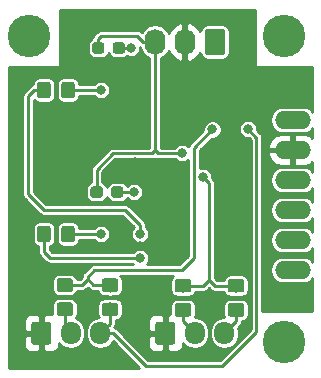
<source format=gbr>
G04 #@! TF.GenerationSoftware,KiCad,Pcbnew,(5.0.2)-1*
G04 #@! TF.CreationDate,2019-03-31T11:29:19+03:00*
G04 #@! TF.ProjectId,galvo-schematic,67616c76-6f2d-4736-9368-656d61746963,rev?*
G04 #@! TF.SameCoordinates,Original*
G04 #@! TF.FileFunction,Copper,L2,Bot*
G04 #@! TF.FilePolarity,Positive*
%FSLAX46Y46*%
G04 Gerber Fmt 4.6, Leading zero omitted, Abs format (unit mm)*
G04 Created by KiCad (PCBNEW (5.0.2)-1) date 31.03.2019 11:29:19*
%MOMM*%
%LPD*%
G01*
G04 APERTURE LIST*
G04 #@! TA.AperFunction,Conductor*
%ADD10C,0.100000*%
G04 #@! TD*
G04 #@! TA.AperFunction,SMDPad,CuDef*
%ADD11C,1.150000*%
G04 #@! TD*
G04 #@! TA.AperFunction,SMDPad,CuDef*
%ADD12C,0.950000*%
G04 #@! TD*
G04 #@! TA.AperFunction,ComponentPad*
%ADD13C,1.740000*%
G04 #@! TD*
G04 #@! TA.AperFunction,ComponentPad*
%ADD14O,1.740000X2.200000*%
G04 #@! TD*
G04 #@! TA.AperFunction,ComponentPad*
%ADD15C,1.700000*%
G04 #@! TD*
G04 #@! TA.AperFunction,ComponentPad*
%ADD16O,1.700000X1.950000*%
G04 #@! TD*
G04 #@! TA.AperFunction,ComponentPad*
%ADD17C,3.600000*%
G04 #@! TD*
G04 #@! TA.AperFunction,ComponentPad*
%ADD18O,3.048000X1.524000*%
G04 #@! TD*
G04 #@! TA.AperFunction,ViaPad*
%ADD19C,0.800000*%
G04 #@! TD*
G04 #@! TA.AperFunction,Conductor*
%ADD20C,0.250000*%
G04 #@! TD*
G04 APERTURE END LIST*
D10*
G04 #@! TO.N,Net-(R1-Pad2)*
G04 #@! TO.C,R1*
G36*
X128120505Y-88709204D02*
X128144773Y-88712804D01*
X128168572Y-88718765D01*
X128191671Y-88727030D01*
X128213850Y-88737520D01*
X128234893Y-88750132D01*
X128254599Y-88764747D01*
X128272777Y-88781223D01*
X128289253Y-88799401D01*
X128303868Y-88819107D01*
X128316480Y-88840150D01*
X128326970Y-88862329D01*
X128335235Y-88885428D01*
X128341196Y-88909227D01*
X128344796Y-88933495D01*
X128346000Y-88957999D01*
X128346000Y-89858001D01*
X128344796Y-89882505D01*
X128341196Y-89906773D01*
X128335235Y-89930572D01*
X128326970Y-89953671D01*
X128316480Y-89975850D01*
X128303868Y-89996893D01*
X128289253Y-90016599D01*
X128272777Y-90034777D01*
X128254599Y-90051253D01*
X128234893Y-90065868D01*
X128213850Y-90078480D01*
X128191671Y-90088970D01*
X128168572Y-90097235D01*
X128144773Y-90103196D01*
X128120505Y-90106796D01*
X128096001Y-90108000D01*
X127445999Y-90108000D01*
X127421495Y-90106796D01*
X127397227Y-90103196D01*
X127373428Y-90097235D01*
X127350329Y-90088970D01*
X127328150Y-90078480D01*
X127307107Y-90065868D01*
X127287401Y-90051253D01*
X127269223Y-90034777D01*
X127252747Y-90016599D01*
X127238132Y-89996893D01*
X127225520Y-89975850D01*
X127215030Y-89953671D01*
X127206765Y-89930572D01*
X127200804Y-89906773D01*
X127197204Y-89882505D01*
X127196000Y-89858001D01*
X127196000Y-88957999D01*
X127197204Y-88933495D01*
X127200804Y-88909227D01*
X127206765Y-88885428D01*
X127215030Y-88862329D01*
X127225520Y-88840150D01*
X127238132Y-88819107D01*
X127252747Y-88799401D01*
X127269223Y-88781223D01*
X127287401Y-88764747D01*
X127307107Y-88750132D01*
X127328150Y-88737520D01*
X127350329Y-88727030D01*
X127373428Y-88718765D01*
X127397227Y-88712804D01*
X127421495Y-88709204D01*
X127445999Y-88708000D01*
X128096001Y-88708000D01*
X128120505Y-88709204D01*
X128120505Y-88709204D01*
G37*
D11*
G04 #@! TD*
G04 #@! TO.P,R1,2*
G04 #@! TO.N,Net-(R1-Pad2)*
X127771000Y-89408000D03*
D10*
G04 #@! TO.N,Net-(R1-Pad1)*
G04 #@! TO.C,R1*
G36*
X126070505Y-88709204D02*
X126094773Y-88712804D01*
X126118572Y-88718765D01*
X126141671Y-88727030D01*
X126163850Y-88737520D01*
X126184893Y-88750132D01*
X126204599Y-88764747D01*
X126222777Y-88781223D01*
X126239253Y-88799401D01*
X126253868Y-88819107D01*
X126266480Y-88840150D01*
X126276970Y-88862329D01*
X126285235Y-88885428D01*
X126291196Y-88909227D01*
X126294796Y-88933495D01*
X126296000Y-88957999D01*
X126296000Y-89858001D01*
X126294796Y-89882505D01*
X126291196Y-89906773D01*
X126285235Y-89930572D01*
X126276970Y-89953671D01*
X126266480Y-89975850D01*
X126253868Y-89996893D01*
X126239253Y-90016599D01*
X126222777Y-90034777D01*
X126204599Y-90051253D01*
X126184893Y-90065868D01*
X126163850Y-90078480D01*
X126141671Y-90088970D01*
X126118572Y-90097235D01*
X126094773Y-90103196D01*
X126070505Y-90106796D01*
X126046001Y-90108000D01*
X125395999Y-90108000D01*
X125371495Y-90106796D01*
X125347227Y-90103196D01*
X125323428Y-90097235D01*
X125300329Y-90088970D01*
X125278150Y-90078480D01*
X125257107Y-90065868D01*
X125237401Y-90051253D01*
X125219223Y-90034777D01*
X125202747Y-90016599D01*
X125188132Y-89996893D01*
X125175520Y-89975850D01*
X125165030Y-89953671D01*
X125156765Y-89930572D01*
X125150804Y-89906773D01*
X125147204Y-89882505D01*
X125146000Y-89858001D01*
X125146000Y-88957999D01*
X125147204Y-88933495D01*
X125150804Y-88909227D01*
X125156765Y-88885428D01*
X125165030Y-88862329D01*
X125175520Y-88840150D01*
X125188132Y-88819107D01*
X125202747Y-88799401D01*
X125219223Y-88781223D01*
X125237401Y-88764747D01*
X125257107Y-88750132D01*
X125278150Y-88737520D01*
X125300329Y-88727030D01*
X125323428Y-88718765D01*
X125347227Y-88712804D01*
X125371495Y-88709204D01*
X125395999Y-88708000D01*
X126046001Y-88708000D01*
X126070505Y-88709204D01*
X126070505Y-88709204D01*
G37*
D11*
G04 #@! TD*
G04 #@! TO.P,R1,1*
G04 #@! TO.N,Net-(R1-Pad1)*
X125721000Y-89408000D03*
D10*
G04 #@! TO.N,Net-(R5-Pad2)*
G04 #@! TO.C,R5*
G36*
X128120505Y-100901204D02*
X128144773Y-100904804D01*
X128168572Y-100910765D01*
X128191671Y-100919030D01*
X128213850Y-100929520D01*
X128234893Y-100942132D01*
X128254599Y-100956747D01*
X128272777Y-100973223D01*
X128289253Y-100991401D01*
X128303868Y-101011107D01*
X128316480Y-101032150D01*
X128326970Y-101054329D01*
X128335235Y-101077428D01*
X128341196Y-101101227D01*
X128344796Y-101125495D01*
X128346000Y-101149999D01*
X128346000Y-102050001D01*
X128344796Y-102074505D01*
X128341196Y-102098773D01*
X128335235Y-102122572D01*
X128326970Y-102145671D01*
X128316480Y-102167850D01*
X128303868Y-102188893D01*
X128289253Y-102208599D01*
X128272777Y-102226777D01*
X128254599Y-102243253D01*
X128234893Y-102257868D01*
X128213850Y-102270480D01*
X128191671Y-102280970D01*
X128168572Y-102289235D01*
X128144773Y-102295196D01*
X128120505Y-102298796D01*
X128096001Y-102300000D01*
X127445999Y-102300000D01*
X127421495Y-102298796D01*
X127397227Y-102295196D01*
X127373428Y-102289235D01*
X127350329Y-102280970D01*
X127328150Y-102270480D01*
X127307107Y-102257868D01*
X127287401Y-102243253D01*
X127269223Y-102226777D01*
X127252747Y-102208599D01*
X127238132Y-102188893D01*
X127225520Y-102167850D01*
X127215030Y-102145671D01*
X127206765Y-102122572D01*
X127200804Y-102098773D01*
X127197204Y-102074505D01*
X127196000Y-102050001D01*
X127196000Y-101149999D01*
X127197204Y-101125495D01*
X127200804Y-101101227D01*
X127206765Y-101077428D01*
X127215030Y-101054329D01*
X127225520Y-101032150D01*
X127238132Y-101011107D01*
X127252747Y-100991401D01*
X127269223Y-100973223D01*
X127287401Y-100956747D01*
X127307107Y-100942132D01*
X127328150Y-100929520D01*
X127350329Y-100919030D01*
X127373428Y-100910765D01*
X127397227Y-100904804D01*
X127421495Y-100901204D01*
X127445999Y-100900000D01*
X128096001Y-100900000D01*
X128120505Y-100901204D01*
X128120505Y-100901204D01*
G37*
D11*
G04 #@! TD*
G04 #@! TO.P,R5,2*
G04 #@! TO.N,Net-(R5-Pad2)*
X127771000Y-101600000D03*
D10*
G04 #@! TO.N,Net-(R5-Pad1)*
G04 #@! TO.C,R5*
G36*
X126070505Y-100901204D02*
X126094773Y-100904804D01*
X126118572Y-100910765D01*
X126141671Y-100919030D01*
X126163850Y-100929520D01*
X126184893Y-100942132D01*
X126204599Y-100956747D01*
X126222777Y-100973223D01*
X126239253Y-100991401D01*
X126253868Y-101011107D01*
X126266480Y-101032150D01*
X126276970Y-101054329D01*
X126285235Y-101077428D01*
X126291196Y-101101227D01*
X126294796Y-101125495D01*
X126296000Y-101149999D01*
X126296000Y-102050001D01*
X126294796Y-102074505D01*
X126291196Y-102098773D01*
X126285235Y-102122572D01*
X126276970Y-102145671D01*
X126266480Y-102167850D01*
X126253868Y-102188893D01*
X126239253Y-102208599D01*
X126222777Y-102226777D01*
X126204599Y-102243253D01*
X126184893Y-102257868D01*
X126163850Y-102270480D01*
X126141671Y-102280970D01*
X126118572Y-102289235D01*
X126094773Y-102295196D01*
X126070505Y-102298796D01*
X126046001Y-102300000D01*
X125395999Y-102300000D01*
X125371495Y-102298796D01*
X125347227Y-102295196D01*
X125323428Y-102289235D01*
X125300329Y-102280970D01*
X125278150Y-102270480D01*
X125257107Y-102257868D01*
X125237401Y-102243253D01*
X125219223Y-102226777D01*
X125202747Y-102208599D01*
X125188132Y-102188893D01*
X125175520Y-102167850D01*
X125165030Y-102145671D01*
X125156765Y-102122572D01*
X125150804Y-102098773D01*
X125147204Y-102074505D01*
X125146000Y-102050001D01*
X125146000Y-101149999D01*
X125147204Y-101125495D01*
X125150804Y-101101227D01*
X125156765Y-101077428D01*
X125165030Y-101054329D01*
X125175520Y-101032150D01*
X125188132Y-101011107D01*
X125202747Y-100991401D01*
X125219223Y-100973223D01*
X125237401Y-100956747D01*
X125257107Y-100942132D01*
X125278150Y-100929520D01*
X125300329Y-100919030D01*
X125323428Y-100910765D01*
X125347227Y-100904804D01*
X125371495Y-100901204D01*
X125395999Y-100900000D01*
X126046001Y-100900000D01*
X126070505Y-100901204D01*
X126070505Y-100901204D01*
G37*
D11*
G04 #@! TD*
G04 #@! TO.P,R5,1*
G04 #@! TO.N,Net-(R5-Pad1)*
X125721000Y-101600000D03*
D10*
G04 #@! TO.N,Net-(R2-Pad2)*
G04 #@! TO.C,R2*
G36*
X132390779Y-85378144D02*
X132413834Y-85381563D01*
X132436443Y-85387227D01*
X132458387Y-85395079D01*
X132479457Y-85405044D01*
X132499448Y-85417026D01*
X132518168Y-85430910D01*
X132535438Y-85446562D01*
X132551090Y-85463832D01*
X132564974Y-85482552D01*
X132576956Y-85502543D01*
X132586921Y-85523613D01*
X132594773Y-85545557D01*
X132600437Y-85568166D01*
X132603856Y-85591221D01*
X132605000Y-85614500D01*
X132605000Y-86089500D01*
X132603856Y-86112779D01*
X132600437Y-86135834D01*
X132594773Y-86158443D01*
X132586921Y-86180387D01*
X132576956Y-86201457D01*
X132564974Y-86221448D01*
X132551090Y-86240168D01*
X132535438Y-86257438D01*
X132518168Y-86273090D01*
X132499448Y-86286974D01*
X132479457Y-86298956D01*
X132458387Y-86308921D01*
X132436443Y-86316773D01*
X132413834Y-86322437D01*
X132390779Y-86325856D01*
X132367500Y-86327000D01*
X131792500Y-86327000D01*
X131769221Y-86325856D01*
X131746166Y-86322437D01*
X131723557Y-86316773D01*
X131701613Y-86308921D01*
X131680543Y-86298956D01*
X131660552Y-86286974D01*
X131641832Y-86273090D01*
X131624562Y-86257438D01*
X131608910Y-86240168D01*
X131595026Y-86221448D01*
X131583044Y-86201457D01*
X131573079Y-86180387D01*
X131565227Y-86158443D01*
X131559563Y-86135834D01*
X131556144Y-86112779D01*
X131555000Y-86089500D01*
X131555000Y-85614500D01*
X131556144Y-85591221D01*
X131559563Y-85568166D01*
X131565227Y-85545557D01*
X131573079Y-85523613D01*
X131583044Y-85502543D01*
X131595026Y-85482552D01*
X131608910Y-85463832D01*
X131624562Y-85446562D01*
X131641832Y-85430910D01*
X131660552Y-85417026D01*
X131680543Y-85405044D01*
X131701613Y-85395079D01*
X131723557Y-85387227D01*
X131746166Y-85381563D01*
X131769221Y-85378144D01*
X131792500Y-85377000D01*
X132367500Y-85377000D01*
X132390779Y-85378144D01*
X132390779Y-85378144D01*
G37*
D12*
G04 #@! TD*
G04 #@! TO.P,R2,2*
G04 #@! TO.N,Net-(R2-Pad2)*
X132080000Y-85852000D03*
D10*
G04 #@! TO.N,/+V15*
G04 #@! TO.C,R2*
G36*
X130640779Y-85378144D02*
X130663834Y-85381563D01*
X130686443Y-85387227D01*
X130708387Y-85395079D01*
X130729457Y-85405044D01*
X130749448Y-85417026D01*
X130768168Y-85430910D01*
X130785438Y-85446562D01*
X130801090Y-85463832D01*
X130814974Y-85482552D01*
X130826956Y-85502543D01*
X130836921Y-85523613D01*
X130844773Y-85545557D01*
X130850437Y-85568166D01*
X130853856Y-85591221D01*
X130855000Y-85614500D01*
X130855000Y-86089500D01*
X130853856Y-86112779D01*
X130850437Y-86135834D01*
X130844773Y-86158443D01*
X130836921Y-86180387D01*
X130826956Y-86201457D01*
X130814974Y-86221448D01*
X130801090Y-86240168D01*
X130785438Y-86257438D01*
X130768168Y-86273090D01*
X130749448Y-86286974D01*
X130729457Y-86298956D01*
X130708387Y-86308921D01*
X130686443Y-86316773D01*
X130663834Y-86322437D01*
X130640779Y-86325856D01*
X130617500Y-86327000D01*
X130042500Y-86327000D01*
X130019221Y-86325856D01*
X129996166Y-86322437D01*
X129973557Y-86316773D01*
X129951613Y-86308921D01*
X129930543Y-86298956D01*
X129910552Y-86286974D01*
X129891832Y-86273090D01*
X129874562Y-86257438D01*
X129858910Y-86240168D01*
X129845026Y-86221448D01*
X129833044Y-86201457D01*
X129823079Y-86180387D01*
X129815227Y-86158443D01*
X129809563Y-86135834D01*
X129806144Y-86112779D01*
X129805000Y-86089500D01*
X129805000Y-85614500D01*
X129806144Y-85591221D01*
X129809563Y-85568166D01*
X129815227Y-85545557D01*
X129823079Y-85523613D01*
X129833044Y-85502543D01*
X129845026Y-85482552D01*
X129858910Y-85463832D01*
X129874562Y-85446562D01*
X129891832Y-85430910D01*
X129910552Y-85417026D01*
X129930543Y-85405044D01*
X129951613Y-85395079D01*
X129973557Y-85387227D01*
X129996166Y-85381563D01*
X130019221Y-85378144D01*
X130042500Y-85377000D01*
X130617500Y-85377000D01*
X130640779Y-85378144D01*
X130640779Y-85378144D01*
G37*
D12*
G04 #@! TD*
G04 #@! TO.P,R2,1*
G04 #@! TO.N,/+V15*
X130330000Y-85852000D03*
D10*
G04 #@! TO.N,/-V15*
G04 #@! TO.C,J1*
G36*
X140852505Y-84245204D02*
X140876773Y-84248804D01*
X140900572Y-84254765D01*
X140923671Y-84263030D01*
X140945850Y-84273520D01*
X140966893Y-84286132D01*
X140986599Y-84300747D01*
X141004777Y-84317223D01*
X141021253Y-84335401D01*
X141035868Y-84355107D01*
X141048480Y-84376150D01*
X141058970Y-84398329D01*
X141067235Y-84421428D01*
X141073196Y-84445227D01*
X141076796Y-84469495D01*
X141078000Y-84493999D01*
X141078000Y-86194001D01*
X141076796Y-86218505D01*
X141073196Y-86242773D01*
X141067235Y-86266572D01*
X141058970Y-86289671D01*
X141048480Y-86311850D01*
X141035868Y-86332893D01*
X141021253Y-86352599D01*
X141004777Y-86370777D01*
X140986599Y-86387253D01*
X140966893Y-86401868D01*
X140945850Y-86414480D01*
X140923671Y-86424970D01*
X140900572Y-86433235D01*
X140876773Y-86439196D01*
X140852505Y-86442796D01*
X140828001Y-86444000D01*
X139587999Y-86444000D01*
X139563495Y-86442796D01*
X139539227Y-86439196D01*
X139515428Y-86433235D01*
X139492329Y-86424970D01*
X139470150Y-86414480D01*
X139449107Y-86401868D01*
X139429401Y-86387253D01*
X139411223Y-86370777D01*
X139394747Y-86352599D01*
X139380132Y-86332893D01*
X139367520Y-86311850D01*
X139357030Y-86289671D01*
X139348765Y-86266572D01*
X139342804Y-86242773D01*
X139339204Y-86218505D01*
X139338000Y-86194001D01*
X139338000Y-84493999D01*
X139339204Y-84469495D01*
X139342804Y-84445227D01*
X139348765Y-84421428D01*
X139357030Y-84398329D01*
X139367520Y-84376150D01*
X139380132Y-84355107D01*
X139394747Y-84335401D01*
X139411223Y-84317223D01*
X139429401Y-84300747D01*
X139449107Y-84286132D01*
X139470150Y-84273520D01*
X139492329Y-84263030D01*
X139515428Y-84254765D01*
X139539227Y-84248804D01*
X139563495Y-84245204D01*
X139587999Y-84244000D01*
X140828001Y-84244000D01*
X140852505Y-84245204D01*
X140852505Y-84245204D01*
G37*
D13*
G04 #@! TD*
G04 #@! TO.P,J1,1*
G04 #@! TO.N,/-V15*
X140208000Y-85344000D03*
D14*
G04 #@! TO.P,J1,2*
G04 #@! TO.N,GND*
X137668000Y-85344000D03*
G04 #@! TO.P,J1,3*
G04 #@! TO.N,/+V15*
X135128000Y-85344000D03*
G04 #@! TD*
D10*
G04 #@! TO.N,GND*
G04 #@! TO.C,X2*
G36*
X136624504Y-109026204D02*
X136648773Y-109029804D01*
X136672571Y-109035765D01*
X136695671Y-109044030D01*
X136717849Y-109054520D01*
X136738893Y-109067133D01*
X136758598Y-109081747D01*
X136776777Y-109098223D01*
X136793253Y-109116402D01*
X136807867Y-109136107D01*
X136820480Y-109157151D01*
X136830970Y-109179329D01*
X136839235Y-109202429D01*
X136845196Y-109226227D01*
X136848796Y-109250496D01*
X136850000Y-109275000D01*
X136850000Y-110725000D01*
X136848796Y-110749504D01*
X136845196Y-110773773D01*
X136839235Y-110797571D01*
X136830970Y-110820671D01*
X136820480Y-110842849D01*
X136807867Y-110863893D01*
X136793253Y-110883598D01*
X136776777Y-110901777D01*
X136758598Y-110918253D01*
X136738893Y-110932867D01*
X136717849Y-110945480D01*
X136695671Y-110955970D01*
X136672571Y-110964235D01*
X136648773Y-110970196D01*
X136624504Y-110973796D01*
X136600000Y-110975000D01*
X135400000Y-110975000D01*
X135375496Y-110973796D01*
X135351227Y-110970196D01*
X135327429Y-110964235D01*
X135304329Y-110955970D01*
X135282151Y-110945480D01*
X135261107Y-110932867D01*
X135241402Y-110918253D01*
X135223223Y-110901777D01*
X135206747Y-110883598D01*
X135192133Y-110863893D01*
X135179520Y-110842849D01*
X135169030Y-110820671D01*
X135160765Y-110797571D01*
X135154804Y-110773773D01*
X135151204Y-110749504D01*
X135150000Y-110725000D01*
X135150000Y-109275000D01*
X135151204Y-109250496D01*
X135154804Y-109226227D01*
X135160765Y-109202429D01*
X135169030Y-109179329D01*
X135179520Y-109157151D01*
X135192133Y-109136107D01*
X135206747Y-109116402D01*
X135223223Y-109098223D01*
X135241402Y-109081747D01*
X135261107Y-109067133D01*
X135282151Y-109054520D01*
X135304329Y-109044030D01*
X135327429Y-109035765D01*
X135351227Y-109029804D01*
X135375496Y-109026204D01*
X135400000Y-109025000D01*
X136600000Y-109025000D01*
X136624504Y-109026204D01*
X136624504Y-109026204D01*
G37*
D15*
G04 #@! TD*
G04 #@! TO.P,X2,1*
G04 #@! TO.N,GND*
X136000000Y-110000000D03*
D16*
G04 #@! TO.P,X2,2*
G04 #@! TO.N,/ILDAX+15V*
X138500000Y-110000000D03*
G04 #@! TO.P,X2,3*
G04 #@! TO.N,/ILDAX-15V*
X141000000Y-110000000D03*
G04 #@! TD*
G04 #@! TO.P,X3,3*
G04 #@! TO.N,/ILDAY-15V*
X130500000Y-110000000D03*
G04 #@! TO.P,X3,2*
G04 #@! TO.N,/ILDAY+15V*
X128000000Y-110000000D03*
D10*
G04 #@! TD*
G04 #@! TO.N,GND*
G04 #@! TO.C,X3*
G36*
X126124504Y-109026204D02*
X126148773Y-109029804D01*
X126172571Y-109035765D01*
X126195671Y-109044030D01*
X126217849Y-109054520D01*
X126238893Y-109067133D01*
X126258598Y-109081747D01*
X126276777Y-109098223D01*
X126293253Y-109116402D01*
X126307867Y-109136107D01*
X126320480Y-109157151D01*
X126330970Y-109179329D01*
X126339235Y-109202429D01*
X126345196Y-109226227D01*
X126348796Y-109250496D01*
X126350000Y-109275000D01*
X126350000Y-110725000D01*
X126348796Y-110749504D01*
X126345196Y-110773773D01*
X126339235Y-110797571D01*
X126330970Y-110820671D01*
X126320480Y-110842849D01*
X126307867Y-110863893D01*
X126293253Y-110883598D01*
X126276777Y-110901777D01*
X126258598Y-110918253D01*
X126238893Y-110932867D01*
X126217849Y-110945480D01*
X126195671Y-110955970D01*
X126172571Y-110964235D01*
X126148773Y-110970196D01*
X126124504Y-110973796D01*
X126100000Y-110975000D01*
X124900000Y-110975000D01*
X124875496Y-110973796D01*
X124851227Y-110970196D01*
X124827429Y-110964235D01*
X124804329Y-110955970D01*
X124782151Y-110945480D01*
X124761107Y-110932867D01*
X124741402Y-110918253D01*
X124723223Y-110901777D01*
X124706747Y-110883598D01*
X124692133Y-110863893D01*
X124679520Y-110842849D01*
X124669030Y-110820671D01*
X124660765Y-110797571D01*
X124654804Y-110773773D01*
X124651204Y-110749504D01*
X124650000Y-110725000D01*
X124650000Y-109275000D01*
X124651204Y-109250496D01*
X124654804Y-109226227D01*
X124660765Y-109202429D01*
X124669030Y-109179329D01*
X124679520Y-109157151D01*
X124692133Y-109136107D01*
X124706747Y-109116402D01*
X124723223Y-109098223D01*
X124741402Y-109081747D01*
X124761107Y-109067133D01*
X124782151Y-109054520D01*
X124804329Y-109044030D01*
X124827429Y-109035765D01*
X124851227Y-109029804D01*
X124875496Y-109026204D01*
X124900000Y-109025000D01*
X126100000Y-109025000D01*
X126124504Y-109026204D01*
X126124504Y-109026204D01*
G37*
D15*
G04 #@! TO.P,X3,1*
G04 #@! TO.N,GND*
X125500000Y-110000000D03*
G04 #@! TD*
D17*
G04 #@! TO.P,REF\002A\002A,*
G04 #@! TO.N,*
X124460000Y-84836000D03*
G04 #@! TD*
G04 #@! TO.P,REF\002A\002A,*
G04 #@! TO.N,*
X146050000Y-110744000D03*
G04 #@! TD*
D18*
G04 #@! TO.P,SV4,6*
G04 #@! TO.N,+5V*
X146812000Y-104648000D03*
G04 #@! TO.P,SV4,5*
G04 #@! TO.N,/CS*
X146812000Y-102108000D03*
G04 #@! TO.P,SV4,4*
G04 #@! TO.N,/SCK*
X146812000Y-99568000D03*
G04 #@! TO.P,SV4,3*
G04 #@! TO.N,/SDI*
X146812000Y-97028000D03*
G04 #@! TO.P,SV4,2*
G04 #@! TO.N,GND*
X146812000Y-94488000D03*
G04 #@! TO.P,SV4,1*
G04 #@! TO.N,/LATCH*
X146812000Y-91948000D03*
G04 #@! TD*
D10*
G04 #@! TO.N,Net-(R12-Pad1)*
G04 #@! TO.C,R3*
G36*
X127974505Y-105343204D02*
X127998773Y-105346804D01*
X128022572Y-105352765D01*
X128045671Y-105361030D01*
X128067850Y-105371520D01*
X128088893Y-105384132D01*
X128108599Y-105398747D01*
X128126777Y-105415223D01*
X128143253Y-105433401D01*
X128157868Y-105453107D01*
X128170480Y-105474150D01*
X128180970Y-105496329D01*
X128189235Y-105519428D01*
X128195196Y-105543227D01*
X128198796Y-105567495D01*
X128200000Y-105591999D01*
X128200000Y-106242001D01*
X128198796Y-106266505D01*
X128195196Y-106290773D01*
X128189235Y-106314572D01*
X128180970Y-106337671D01*
X128170480Y-106359850D01*
X128157868Y-106380893D01*
X128143253Y-106400599D01*
X128126777Y-106418777D01*
X128108599Y-106435253D01*
X128088893Y-106449868D01*
X128067850Y-106462480D01*
X128045671Y-106472970D01*
X128022572Y-106481235D01*
X127998773Y-106487196D01*
X127974505Y-106490796D01*
X127950001Y-106492000D01*
X127049999Y-106492000D01*
X127025495Y-106490796D01*
X127001227Y-106487196D01*
X126977428Y-106481235D01*
X126954329Y-106472970D01*
X126932150Y-106462480D01*
X126911107Y-106449868D01*
X126891401Y-106435253D01*
X126873223Y-106418777D01*
X126856747Y-106400599D01*
X126842132Y-106380893D01*
X126829520Y-106359850D01*
X126819030Y-106337671D01*
X126810765Y-106314572D01*
X126804804Y-106290773D01*
X126801204Y-106266505D01*
X126800000Y-106242001D01*
X126800000Y-105591999D01*
X126801204Y-105567495D01*
X126804804Y-105543227D01*
X126810765Y-105519428D01*
X126819030Y-105496329D01*
X126829520Y-105474150D01*
X126842132Y-105453107D01*
X126856747Y-105433401D01*
X126873223Y-105415223D01*
X126891401Y-105398747D01*
X126911107Y-105384132D01*
X126932150Y-105371520D01*
X126954329Y-105361030D01*
X126977428Y-105352765D01*
X127001227Y-105346804D01*
X127025495Y-105343204D01*
X127049999Y-105342000D01*
X127950001Y-105342000D01*
X127974505Y-105343204D01*
X127974505Y-105343204D01*
G37*
D11*
G04 #@! TD*
G04 #@! TO.P,R3,2*
G04 #@! TO.N,Net-(R12-Pad1)*
X127500000Y-105917000D03*
D10*
G04 #@! TO.N,/ILDAY+15V*
G04 #@! TO.C,R3*
G36*
X127974505Y-107393204D02*
X127998773Y-107396804D01*
X128022572Y-107402765D01*
X128045671Y-107411030D01*
X128067850Y-107421520D01*
X128088893Y-107434132D01*
X128108599Y-107448747D01*
X128126777Y-107465223D01*
X128143253Y-107483401D01*
X128157868Y-107503107D01*
X128170480Y-107524150D01*
X128180970Y-107546329D01*
X128189235Y-107569428D01*
X128195196Y-107593227D01*
X128198796Y-107617495D01*
X128200000Y-107641999D01*
X128200000Y-108292001D01*
X128198796Y-108316505D01*
X128195196Y-108340773D01*
X128189235Y-108364572D01*
X128180970Y-108387671D01*
X128170480Y-108409850D01*
X128157868Y-108430893D01*
X128143253Y-108450599D01*
X128126777Y-108468777D01*
X128108599Y-108485253D01*
X128088893Y-108499868D01*
X128067850Y-108512480D01*
X128045671Y-108522970D01*
X128022572Y-108531235D01*
X127998773Y-108537196D01*
X127974505Y-108540796D01*
X127950001Y-108542000D01*
X127049999Y-108542000D01*
X127025495Y-108540796D01*
X127001227Y-108537196D01*
X126977428Y-108531235D01*
X126954329Y-108522970D01*
X126932150Y-108512480D01*
X126911107Y-108499868D01*
X126891401Y-108485253D01*
X126873223Y-108468777D01*
X126856747Y-108450599D01*
X126842132Y-108430893D01*
X126829520Y-108409850D01*
X126819030Y-108387671D01*
X126810765Y-108364572D01*
X126804804Y-108340773D01*
X126801204Y-108316505D01*
X126800000Y-108292001D01*
X126800000Y-107641999D01*
X126801204Y-107617495D01*
X126804804Y-107593227D01*
X126810765Y-107569428D01*
X126819030Y-107546329D01*
X126829520Y-107524150D01*
X126842132Y-107503107D01*
X126856747Y-107483401D01*
X126873223Y-107465223D01*
X126891401Y-107448747D01*
X126911107Y-107434132D01*
X126932150Y-107421520D01*
X126954329Y-107411030D01*
X126977428Y-107402765D01*
X127001227Y-107396804D01*
X127025495Y-107393204D01*
X127049999Y-107392000D01*
X127950001Y-107392000D01*
X127974505Y-107393204D01*
X127974505Y-107393204D01*
G37*
D11*
G04 #@! TD*
G04 #@! TO.P,R3,1*
G04 #@! TO.N,/ILDAY+15V*
X127500000Y-107967000D03*
D10*
G04 #@! TO.N,/+V15*
G04 #@! TO.C,R6*
G36*
X130499779Y-97570144D02*
X130522834Y-97573563D01*
X130545443Y-97579227D01*
X130567387Y-97587079D01*
X130588457Y-97597044D01*
X130608448Y-97609026D01*
X130627168Y-97622910D01*
X130644438Y-97638562D01*
X130660090Y-97655832D01*
X130673974Y-97674552D01*
X130685956Y-97694543D01*
X130695921Y-97715613D01*
X130703773Y-97737557D01*
X130709437Y-97760166D01*
X130712856Y-97783221D01*
X130714000Y-97806500D01*
X130714000Y-98281500D01*
X130712856Y-98304779D01*
X130709437Y-98327834D01*
X130703773Y-98350443D01*
X130695921Y-98372387D01*
X130685956Y-98393457D01*
X130673974Y-98413448D01*
X130660090Y-98432168D01*
X130644438Y-98449438D01*
X130627168Y-98465090D01*
X130608448Y-98478974D01*
X130588457Y-98490956D01*
X130567387Y-98500921D01*
X130545443Y-98508773D01*
X130522834Y-98514437D01*
X130499779Y-98517856D01*
X130476500Y-98519000D01*
X129901500Y-98519000D01*
X129878221Y-98517856D01*
X129855166Y-98514437D01*
X129832557Y-98508773D01*
X129810613Y-98500921D01*
X129789543Y-98490956D01*
X129769552Y-98478974D01*
X129750832Y-98465090D01*
X129733562Y-98449438D01*
X129717910Y-98432168D01*
X129704026Y-98413448D01*
X129692044Y-98393457D01*
X129682079Y-98372387D01*
X129674227Y-98350443D01*
X129668563Y-98327834D01*
X129665144Y-98304779D01*
X129664000Y-98281500D01*
X129664000Y-97806500D01*
X129665144Y-97783221D01*
X129668563Y-97760166D01*
X129674227Y-97737557D01*
X129682079Y-97715613D01*
X129692044Y-97694543D01*
X129704026Y-97674552D01*
X129717910Y-97655832D01*
X129733562Y-97638562D01*
X129750832Y-97622910D01*
X129769552Y-97609026D01*
X129789543Y-97597044D01*
X129810613Y-97587079D01*
X129832557Y-97579227D01*
X129855166Y-97573563D01*
X129878221Y-97570144D01*
X129901500Y-97569000D01*
X130476500Y-97569000D01*
X130499779Y-97570144D01*
X130499779Y-97570144D01*
G37*
D12*
G04 #@! TD*
G04 #@! TO.P,R6,1*
G04 #@! TO.N,/+V15*
X130189000Y-98044000D03*
D10*
G04 #@! TO.N,Net-(R6-Pad2)*
G04 #@! TO.C,R6*
G36*
X132249779Y-97570144D02*
X132272834Y-97573563D01*
X132295443Y-97579227D01*
X132317387Y-97587079D01*
X132338457Y-97597044D01*
X132358448Y-97609026D01*
X132377168Y-97622910D01*
X132394438Y-97638562D01*
X132410090Y-97655832D01*
X132423974Y-97674552D01*
X132435956Y-97694543D01*
X132445921Y-97715613D01*
X132453773Y-97737557D01*
X132459437Y-97760166D01*
X132462856Y-97783221D01*
X132464000Y-97806500D01*
X132464000Y-98281500D01*
X132462856Y-98304779D01*
X132459437Y-98327834D01*
X132453773Y-98350443D01*
X132445921Y-98372387D01*
X132435956Y-98393457D01*
X132423974Y-98413448D01*
X132410090Y-98432168D01*
X132394438Y-98449438D01*
X132377168Y-98465090D01*
X132358448Y-98478974D01*
X132338457Y-98490956D01*
X132317387Y-98500921D01*
X132295443Y-98508773D01*
X132272834Y-98514437D01*
X132249779Y-98517856D01*
X132226500Y-98519000D01*
X131651500Y-98519000D01*
X131628221Y-98517856D01*
X131605166Y-98514437D01*
X131582557Y-98508773D01*
X131560613Y-98500921D01*
X131539543Y-98490956D01*
X131519552Y-98478974D01*
X131500832Y-98465090D01*
X131483562Y-98449438D01*
X131467910Y-98432168D01*
X131454026Y-98413448D01*
X131442044Y-98393457D01*
X131432079Y-98372387D01*
X131424227Y-98350443D01*
X131418563Y-98327834D01*
X131415144Y-98304779D01*
X131414000Y-98281500D01*
X131414000Y-97806500D01*
X131415144Y-97783221D01*
X131418563Y-97760166D01*
X131424227Y-97737557D01*
X131432079Y-97715613D01*
X131442044Y-97694543D01*
X131454026Y-97674552D01*
X131467910Y-97655832D01*
X131483562Y-97638562D01*
X131500832Y-97622910D01*
X131519552Y-97609026D01*
X131539543Y-97597044D01*
X131560613Y-97587079D01*
X131582557Y-97579227D01*
X131605166Y-97573563D01*
X131628221Y-97570144D01*
X131651500Y-97569000D01*
X132226500Y-97569000D01*
X132249779Y-97570144D01*
X132249779Y-97570144D01*
G37*
D12*
G04 #@! TD*
G04 #@! TO.P,R6,2*
G04 #@! TO.N,Net-(R6-Pad2)*
X131939000Y-98044000D03*
D10*
G04 #@! TO.N,/ILDAX+15V*
G04 #@! TO.C,R7*
G36*
X137974505Y-107451204D02*
X137998773Y-107454804D01*
X138022572Y-107460765D01*
X138045671Y-107469030D01*
X138067850Y-107479520D01*
X138088893Y-107492132D01*
X138108599Y-107506747D01*
X138126777Y-107523223D01*
X138143253Y-107541401D01*
X138157868Y-107561107D01*
X138170480Y-107582150D01*
X138180970Y-107604329D01*
X138189235Y-107627428D01*
X138195196Y-107651227D01*
X138198796Y-107675495D01*
X138200000Y-107699999D01*
X138200000Y-108350001D01*
X138198796Y-108374505D01*
X138195196Y-108398773D01*
X138189235Y-108422572D01*
X138180970Y-108445671D01*
X138170480Y-108467850D01*
X138157868Y-108488893D01*
X138143253Y-108508599D01*
X138126777Y-108526777D01*
X138108599Y-108543253D01*
X138088893Y-108557868D01*
X138067850Y-108570480D01*
X138045671Y-108580970D01*
X138022572Y-108589235D01*
X137998773Y-108595196D01*
X137974505Y-108598796D01*
X137950001Y-108600000D01*
X137049999Y-108600000D01*
X137025495Y-108598796D01*
X137001227Y-108595196D01*
X136977428Y-108589235D01*
X136954329Y-108580970D01*
X136932150Y-108570480D01*
X136911107Y-108557868D01*
X136891401Y-108543253D01*
X136873223Y-108526777D01*
X136856747Y-108508599D01*
X136842132Y-108488893D01*
X136829520Y-108467850D01*
X136819030Y-108445671D01*
X136810765Y-108422572D01*
X136804804Y-108398773D01*
X136801204Y-108374505D01*
X136800000Y-108350001D01*
X136800000Y-107699999D01*
X136801204Y-107675495D01*
X136804804Y-107651227D01*
X136810765Y-107627428D01*
X136819030Y-107604329D01*
X136829520Y-107582150D01*
X136842132Y-107561107D01*
X136856747Y-107541401D01*
X136873223Y-107523223D01*
X136891401Y-107506747D01*
X136911107Y-107492132D01*
X136932150Y-107479520D01*
X136954329Y-107469030D01*
X136977428Y-107460765D01*
X137001227Y-107454804D01*
X137025495Y-107451204D01*
X137049999Y-107450000D01*
X137950001Y-107450000D01*
X137974505Y-107451204D01*
X137974505Y-107451204D01*
G37*
D11*
G04 #@! TD*
G04 #@! TO.P,R7,1*
G04 #@! TO.N,/ILDAX+15V*
X137500000Y-108025000D03*
D10*
G04 #@! TO.N,Net-(R11-Pad1)*
G04 #@! TO.C,R7*
G36*
X137974505Y-105401204D02*
X137998773Y-105404804D01*
X138022572Y-105410765D01*
X138045671Y-105419030D01*
X138067850Y-105429520D01*
X138088893Y-105442132D01*
X138108599Y-105456747D01*
X138126777Y-105473223D01*
X138143253Y-105491401D01*
X138157868Y-105511107D01*
X138170480Y-105532150D01*
X138180970Y-105554329D01*
X138189235Y-105577428D01*
X138195196Y-105601227D01*
X138198796Y-105625495D01*
X138200000Y-105649999D01*
X138200000Y-106300001D01*
X138198796Y-106324505D01*
X138195196Y-106348773D01*
X138189235Y-106372572D01*
X138180970Y-106395671D01*
X138170480Y-106417850D01*
X138157868Y-106438893D01*
X138143253Y-106458599D01*
X138126777Y-106476777D01*
X138108599Y-106493253D01*
X138088893Y-106507868D01*
X138067850Y-106520480D01*
X138045671Y-106530970D01*
X138022572Y-106539235D01*
X137998773Y-106545196D01*
X137974505Y-106548796D01*
X137950001Y-106550000D01*
X137049999Y-106550000D01*
X137025495Y-106548796D01*
X137001227Y-106545196D01*
X136977428Y-106539235D01*
X136954329Y-106530970D01*
X136932150Y-106520480D01*
X136911107Y-106507868D01*
X136891401Y-106493253D01*
X136873223Y-106476777D01*
X136856747Y-106458599D01*
X136842132Y-106438893D01*
X136829520Y-106417850D01*
X136819030Y-106395671D01*
X136810765Y-106372572D01*
X136804804Y-106348773D01*
X136801204Y-106324505D01*
X136800000Y-106300001D01*
X136800000Y-105649999D01*
X136801204Y-105625495D01*
X136804804Y-105601227D01*
X136810765Y-105577428D01*
X136819030Y-105554329D01*
X136829520Y-105532150D01*
X136842132Y-105511107D01*
X136856747Y-105491401D01*
X136873223Y-105473223D01*
X136891401Y-105456747D01*
X136911107Y-105442132D01*
X136932150Y-105429520D01*
X136954329Y-105419030D01*
X136977428Y-105410765D01*
X137001227Y-105404804D01*
X137025495Y-105401204D01*
X137049999Y-105400000D01*
X137950001Y-105400000D01*
X137974505Y-105401204D01*
X137974505Y-105401204D01*
G37*
D11*
G04 #@! TD*
G04 #@! TO.P,R7,2*
G04 #@! TO.N,Net-(R11-Pad1)*
X137500000Y-105975000D03*
D10*
G04 #@! TO.N,Net-(R11-Pad1)*
G04 #@! TO.C,R11*
G36*
X142474505Y-105401204D02*
X142498773Y-105404804D01*
X142522572Y-105410765D01*
X142545671Y-105419030D01*
X142567850Y-105429520D01*
X142588893Y-105442132D01*
X142608599Y-105456747D01*
X142626777Y-105473223D01*
X142643253Y-105491401D01*
X142657868Y-105511107D01*
X142670480Y-105532150D01*
X142680970Y-105554329D01*
X142689235Y-105577428D01*
X142695196Y-105601227D01*
X142698796Y-105625495D01*
X142700000Y-105649999D01*
X142700000Y-106300001D01*
X142698796Y-106324505D01*
X142695196Y-106348773D01*
X142689235Y-106372572D01*
X142680970Y-106395671D01*
X142670480Y-106417850D01*
X142657868Y-106438893D01*
X142643253Y-106458599D01*
X142626777Y-106476777D01*
X142608599Y-106493253D01*
X142588893Y-106507868D01*
X142567850Y-106520480D01*
X142545671Y-106530970D01*
X142522572Y-106539235D01*
X142498773Y-106545196D01*
X142474505Y-106548796D01*
X142450001Y-106550000D01*
X141549999Y-106550000D01*
X141525495Y-106548796D01*
X141501227Y-106545196D01*
X141477428Y-106539235D01*
X141454329Y-106530970D01*
X141432150Y-106520480D01*
X141411107Y-106507868D01*
X141391401Y-106493253D01*
X141373223Y-106476777D01*
X141356747Y-106458599D01*
X141342132Y-106438893D01*
X141329520Y-106417850D01*
X141319030Y-106395671D01*
X141310765Y-106372572D01*
X141304804Y-106348773D01*
X141301204Y-106324505D01*
X141300000Y-106300001D01*
X141300000Y-105649999D01*
X141301204Y-105625495D01*
X141304804Y-105601227D01*
X141310765Y-105577428D01*
X141319030Y-105554329D01*
X141329520Y-105532150D01*
X141342132Y-105511107D01*
X141356747Y-105491401D01*
X141373223Y-105473223D01*
X141391401Y-105456747D01*
X141411107Y-105442132D01*
X141432150Y-105429520D01*
X141454329Y-105419030D01*
X141477428Y-105410765D01*
X141501227Y-105404804D01*
X141525495Y-105401204D01*
X141549999Y-105400000D01*
X142450001Y-105400000D01*
X142474505Y-105401204D01*
X142474505Y-105401204D01*
G37*
D11*
G04 #@! TD*
G04 #@! TO.P,R11,1*
G04 #@! TO.N,Net-(R11-Pad1)*
X142000000Y-105975000D03*
D10*
G04 #@! TO.N,/ILDAX-15V*
G04 #@! TO.C,R11*
G36*
X142474505Y-107451204D02*
X142498773Y-107454804D01*
X142522572Y-107460765D01*
X142545671Y-107469030D01*
X142567850Y-107479520D01*
X142588893Y-107492132D01*
X142608599Y-107506747D01*
X142626777Y-107523223D01*
X142643253Y-107541401D01*
X142657868Y-107561107D01*
X142670480Y-107582150D01*
X142680970Y-107604329D01*
X142689235Y-107627428D01*
X142695196Y-107651227D01*
X142698796Y-107675495D01*
X142700000Y-107699999D01*
X142700000Y-108350001D01*
X142698796Y-108374505D01*
X142695196Y-108398773D01*
X142689235Y-108422572D01*
X142680970Y-108445671D01*
X142670480Y-108467850D01*
X142657868Y-108488893D01*
X142643253Y-108508599D01*
X142626777Y-108526777D01*
X142608599Y-108543253D01*
X142588893Y-108557868D01*
X142567850Y-108570480D01*
X142545671Y-108580970D01*
X142522572Y-108589235D01*
X142498773Y-108595196D01*
X142474505Y-108598796D01*
X142450001Y-108600000D01*
X141549999Y-108600000D01*
X141525495Y-108598796D01*
X141501227Y-108595196D01*
X141477428Y-108589235D01*
X141454329Y-108580970D01*
X141432150Y-108570480D01*
X141411107Y-108557868D01*
X141391401Y-108543253D01*
X141373223Y-108526777D01*
X141356747Y-108508599D01*
X141342132Y-108488893D01*
X141329520Y-108467850D01*
X141319030Y-108445671D01*
X141310765Y-108422572D01*
X141304804Y-108398773D01*
X141301204Y-108374505D01*
X141300000Y-108350001D01*
X141300000Y-107699999D01*
X141301204Y-107675495D01*
X141304804Y-107651227D01*
X141310765Y-107627428D01*
X141319030Y-107604329D01*
X141329520Y-107582150D01*
X141342132Y-107561107D01*
X141356747Y-107541401D01*
X141373223Y-107523223D01*
X141391401Y-107506747D01*
X141411107Y-107492132D01*
X141432150Y-107479520D01*
X141454329Y-107469030D01*
X141477428Y-107460765D01*
X141501227Y-107454804D01*
X141525495Y-107451204D01*
X141549999Y-107450000D01*
X142450001Y-107450000D01*
X142474505Y-107451204D01*
X142474505Y-107451204D01*
G37*
D11*
G04 #@! TD*
G04 #@! TO.P,R11,2*
G04 #@! TO.N,/ILDAX-15V*
X142000000Y-108025000D03*
D10*
G04 #@! TO.N,Net-(R12-Pad1)*
G04 #@! TO.C,R12*
G36*
X131792505Y-105352204D02*
X131816773Y-105355804D01*
X131840572Y-105361765D01*
X131863671Y-105370030D01*
X131885850Y-105380520D01*
X131906893Y-105393132D01*
X131926599Y-105407747D01*
X131944777Y-105424223D01*
X131961253Y-105442401D01*
X131975868Y-105462107D01*
X131988480Y-105483150D01*
X131998970Y-105505329D01*
X132007235Y-105528428D01*
X132013196Y-105552227D01*
X132016796Y-105576495D01*
X132018000Y-105600999D01*
X132018000Y-106251001D01*
X132016796Y-106275505D01*
X132013196Y-106299773D01*
X132007235Y-106323572D01*
X131998970Y-106346671D01*
X131988480Y-106368850D01*
X131975868Y-106389893D01*
X131961253Y-106409599D01*
X131944777Y-106427777D01*
X131926599Y-106444253D01*
X131906893Y-106458868D01*
X131885850Y-106471480D01*
X131863671Y-106481970D01*
X131840572Y-106490235D01*
X131816773Y-106496196D01*
X131792505Y-106499796D01*
X131768001Y-106501000D01*
X130867999Y-106501000D01*
X130843495Y-106499796D01*
X130819227Y-106496196D01*
X130795428Y-106490235D01*
X130772329Y-106481970D01*
X130750150Y-106471480D01*
X130729107Y-106458868D01*
X130709401Y-106444253D01*
X130691223Y-106427777D01*
X130674747Y-106409599D01*
X130660132Y-106389893D01*
X130647520Y-106368850D01*
X130637030Y-106346671D01*
X130628765Y-106323572D01*
X130622804Y-106299773D01*
X130619204Y-106275505D01*
X130618000Y-106251001D01*
X130618000Y-105600999D01*
X130619204Y-105576495D01*
X130622804Y-105552227D01*
X130628765Y-105528428D01*
X130637030Y-105505329D01*
X130647520Y-105483150D01*
X130660132Y-105462107D01*
X130674747Y-105442401D01*
X130691223Y-105424223D01*
X130709401Y-105407747D01*
X130729107Y-105393132D01*
X130750150Y-105380520D01*
X130772329Y-105370030D01*
X130795428Y-105361765D01*
X130819227Y-105355804D01*
X130843495Y-105352204D01*
X130867999Y-105351000D01*
X131768001Y-105351000D01*
X131792505Y-105352204D01*
X131792505Y-105352204D01*
G37*
D11*
G04 #@! TD*
G04 #@! TO.P,R12,1*
G04 #@! TO.N,Net-(R12-Pad1)*
X131318000Y-105926000D03*
D10*
G04 #@! TO.N,/ILDAY-15V*
G04 #@! TO.C,R12*
G36*
X131792505Y-107402204D02*
X131816773Y-107405804D01*
X131840572Y-107411765D01*
X131863671Y-107420030D01*
X131885850Y-107430520D01*
X131906893Y-107443132D01*
X131926599Y-107457747D01*
X131944777Y-107474223D01*
X131961253Y-107492401D01*
X131975868Y-107512107D01*
X131988480Y-107533150D01*
X131998970Y-107555329D01*
X132007235Y-107578428D01*
X132013196Y-107602227D01*
X132016796Y-107626495D01*
X132018000Y-107650999D01*
X132018000Y-108301001D01*
X132016796Y-108325505D01*
X132013196Y-108349773D01*
X132007235Y-108373572D01*
X131998970Y-108396671D01*
X131988480Y-108418850D01*
X131975868Y-108439893D01*
X131961253Y-108459599D01*
X131944777Y-108477777D01*
X131926599Y-108494253D01*
X131906893Y-108508868D01*
X131885850Y-108521480D01*
X131863671Y-108531970D01*
X131840572Y-108540235D01*
X131816773Y-108546196D01*
X131792505Y-108549796D01*
X131768001Y-108551000D01*
X130867999Y-108551000D01*
X130843495Y-108549796D01*
X130819227Y-108546196D01*
X130795428Y-108540235D01*
X130772329Y-108531970D01*
X130750150Y-108521480D01*
X130729107Y-108508868D01*
X130709401Y-108494253D01*
X130691223Y-108477777D01*
X130674747Y-108459599D01*
X130660132Y-108439893D01*
X130647520Y-108418850D01*
X130637030Y-108396671D01*
X130628765Y-108373572D01*
X130622804Y-108349773D01*
X130619204Y-108325505D01*
X130618000Y-108301001D01*
X130618000Y-107650999D01*
X130619204Y-107626495D01*
X130622804Y-107602227D01*
X130628765Y-107578428D01*
X130637030Y-107555329D01*
X130647520Y-107533150D01*
X130660132Y-107512107D01*
X130674747Y-107492401D01*
X130691223Y-107474223D01*
X130709401Y-107457747D01*
X130729107Y-107443132D01*
X130750150Y-107430520D01*
X130772329Y-107420030D01*
X130795428Y-107411765D01*
X130819227Y-107405804D01*
X130843495Y-107402204D01*
X130867999Y-107401000D01*
X131768001Y-107401000D01*
X131792505Y-107402204D01*
X131792505Y-107402204D01*
G37*
D11*
G04 #@! TD*
G04 #@! TO.P,R12,2*
G04 #@! TO.N,/ILDAY-15V*
X131318000Y-107976000D03*
D17*
G04 #@! TO.P,REF\002A\002A,*
G04 #@! TO.N,*
X146050000Y-84836000D03*
G04 #@! TD*
D19*
G04 #@! TO.N,GND*
X143002000Y-93980000D03*
X133858000Y-102616000D03*
X133462000Y-95503999D03*
X133096000Y-83312000D03*
G04 #@! TO.N,Net-(R2-Pad2)*
X133096000Y-85852000D03*
G04 #@! TO.N,/+V15*
X137414000Y-94742000D03*
G04 #@! TO.N,/ILDAY-15V*
X143002000Y-92710000D03*
G04 #@! TO.N,Net-(R6-Pad2)*
X133350000Y-98044000D03*
G04 #@! TO.N,Net-(R1-Pad2)*
X130556000Y-89408000D03*
G04 #@! TO.N,Net-(R12-Pad1)*
X140000000Y-92750000D03*
G04 #@! TO.N,Net-(R5-Pad2)*
X130556000Y-101600000D03*
G04 #@! TO.N,Net-(R11-Pad1)*
X139192000Y-96774000D03*
G04 #@! TO.N,Net-(R1-Pad1)*
X133862653Y-101604653D03*
G04 #@! TO.N,Net-(R5-Pad1)*
X133858000Y-103616003D03*
G04 #@! TD*
D20*
G04 #@! TO.N,Net-(R2-Pad2)*
X132080000Y-85852000D02*
X133096000Y-85852000D01*
G04 #@! TO.N,/+V15*
X137377001Y-94778999D02*
X137414000Y-94742000D01*
X135128000Y-94524999D02*
X135382000Y-94778999D01*
X135128000Y-91440000D02*
X135128000Y-94524999D01*
X135382000Y-94778999D02*
X137377001Y-94778999D01*
X135128000Y-85344000D02*
X135128000Y-91440000D01*
X135128000Y-94524999D02*
X134874000Y-94778999D01*
X130189000Y-96161999D02*
X131572000Y-94778999D01*
X130189000Y-98044000D02*
X130189000Y-96161999D01*
X131572000Y-94778999D02*
X134874000Y-94778999D01*
X134158000Y-85344000D02*
X133650000Y-84836000D01*
X135128000Y-85344000D02*
X134158000Y-85344000D01*
X133650000Y-84836000D02*
X130556000Y-84836000D01*
X130330000Y-85062000D02*
X130330000Y-85852000D01*
X130556000Y-84836000D02*
X130330000Y-85062000D01*
G04 #@! TO.N,/ILDAY+15V*
X127500000Y-109500000D02*
X128000000Y-110000000D01*
X127500000Y-107967000D02*
X127500000Y-109500000D01*
G04 #@! TO.N,/ILDAY-15V*
X140822190Y-112776000D02*
X143510000Y-110088190D01*
X143727001Y-93435001D02*
X143002000Y-92710000D01*
X143510000Y-110088190D02*
X143727001Y-109871189D01*
X143727001Y-109871189D02*
X143727001Y-93435001D01*
X131318000Y-109182000D02*
X130500000Y-110000000D01*
X131318000Y-107976000D02*
X131318000Y-109182000D01*
X134376000Y-112776000D02*
X140000000Y-112776000D01*
X131600000Y-110000000D02*
X134376000Y-112776000D01*
X130500000Y-110000000D02*
X131600000Y-110000000D01*
X140000000Y-112776000D02*
X140822190Y-112776000D01*
G04 #@! TO.N,Net-(R6-Pad2)*
X131939000Y-98044000D02*
X133350000Y-98044000D01*
G04 #@! TO.N,/ILDAX+15V*
X137500000Y-109000000D02*
X138500000Y-110000000D01*
X137500000Y-108025000D02*
X137500000Y-109000000D01*
G04 #@! TO.N,/ILDAX-15V*
X142000000Y-109000000D02*
X141000000Y-110000000D01*
X142000000Y-108025000D02*
X142000000Y-109000000D01*
G04 #@! TO.N,Net-(R1-Pad2)*
X129286000Y-89408000D02*
X127771000Y-89408000D01*
X129286000Y-89408000D02*
X130556000Y-89408000D01*
X129083500Y-89408000D02*
X129286000Y-89408000D01*
G04 #@! TO.N,Net-(R12-Pad1)*
X131309000Y-106417000D02*
X131318000Y-106426000D01*
X138430000Y-94320000D02*
X140000000Y-92750000D01*
X138430000Y-103632000D02*
X138430000Y-94320000D01*
X137414000Y-104648000D02*
X138430000Y-103632000D01*
X128959000Y-105917000D02*
X127500000Y-105917000D01*
X129438000Y-105438000D02*
X128959000Y-105917000D01*
X131318000Y-105926000D02*
X129926000Y-105926000D01*
X129926000Y-105926000D02*
X129438000Y-105438000D01*
X129438000Y-105210000D02*
X130000000Y-104648000D01*
X129438000Y-105438000D02*
X129438000Y-105210000D01*
X130000000Y-104648000D02*
X137414000Y-104648000D01*
G04 #@! TO.N,Net-(R5-Pad2)*
X129083500Y-101600000D02*
X130556000Y-101600000D01*
X129083500Y-101600000D02*
X127771000Y-101600000D01*
G04 #@! TO.N,Net-(R11-Pad1)*
X139591999Y-97173999D02*
X139700000Y-97282000D01*
X139192000Y-96774000D02*
X139591999Y-97173999D01*
X140175000Y-105975000D02*
X139700000Y-105500000D01*
X142000000Y-105975000D02*
X140175000Y-105975000D01*
X139700000Y-105500000D02*
X139700000Y-97282000D01*
X139225000Y-105975000D02*
X139700000Y-105500000D01*
X137500000Y-105975000D02*
X139225000Y-105975000D01*
G04 #@! TO.N,Net-(R1-Pad1)*
X124408500Y-98246500D02*
X125730000Y-99568000D01*
X125730000Y-99568000D02*
X132588000Y-99568000D01*
X132588000Y-99568000D02*
X133858000Y-100838000D01*
X133858000Y-100838000D02*
X133862653Y-101604653D01*
X124916500Y-89408000D02*
X124408500Y-89916000D01*
X125721000Y-89408000D02*
X124916500Y-89408000D01*
X124408500Y-89916000D02*
X124408500Y-98246500D01*
G04 #@! TO.N,Net-(R5-Pad1)*
X125721000Y-103099003D02*
X126238000Y-103616003D01*
X125721000Y-101600000D02*
X125721000Y-103099003D01*
X133858000Y-103616003D02*
X126238000Y-103616003D01*
G04 #@! TD*
G04 #@! TO.N,GND*
G36*
X143639000Y-87376000D02*
X143648515Y-87423835D01*
X143675612Y-87464388D01*
X143716165Y-87491485D01*
X143764000Y-87501000D01*
X148465000Y-87501000D01*
X148465000Y-91234931D01*
X148393731Y-91128269D01*
X148017635Y-90876970D01*
X147685983Y-90811000D01*
X145938017Y-90811000D01*
X145606365Y-90876970D01*
X145230269Y-91128269D01*
X144978970Y-91504365D01*
X144890725Y-91948000D01*
X144978970Y-92391635D01*
X145230269Y-92767731D01*
X145606365Y-93019030D01*
X145938017Y-93085000D01*
X147685983Y-93085000D01*
X148017635Y-93019030D01*
X148393731Y-92767731D01*
X148465000Y-92661069D01*
X148465000Y-93451888D01*
X148220267Y-93254415D01*
X147699000Y-93101000D01*
X146937000Y-93101000D01*
X146937000Y-94363000D01*
X146957000Y-94363000D01*
X146957000Y-94613000D01*
X146937000Y-94613000D01*
X146937000Y-95875000D01*
X147699000Y-95875000D01*
X148220267Y-95721585D01*
X148465000Y-95524112D01*
X148465000Y-96314931D01*
X148393731Y-96208269D01*
X148017635Y-95956970D01*
X147685983Y-95891000D01*
X145938017Y-95891000D01*
X145606365Y-95956970D01*
X145230269Y-96208269D01*
X144978970Y-96584365D01*
X144890725Y-97028000D01*
X144978970Y-97471635D01*
X145230269Y-97847731D01*
X145606365Y-98099030D01*
X145938017Y-98165000D01*
X147685983Y-98165000D01*
X148017635Y-98099030D01*
X148393731Y-97847731D01*
X148465000Y-97741069D01*
X148465000Y-98854931D01*
X148393731Y-98748269D01*
X148017635Y-98496970D01*
X147685983Y-98431000D01*
X145938017Y-98431000D01*
X145606365Y-98496970D01*
X145230269Y-98748269D01*
X144978970Y-99124365D01*
X144890725Y-99568000D01*
X144978970Y-100011635D01*
X145230269Y-100387731D01*
X145606365Y-100639030D01*
X145938017Y-100705000D01*
X147685983Y-100705000D01*
X148017635Y-100639030D01*
X148393731Y-100387731D01*
X148465000Y-100281069D01*
X148465000Y-101394931D01*
X148393731Y-101288269D01*
X148017635Y-101036970D01*
X147685983Y-100971000D01*
X145938017Y-100971000D01*
X145606365Y-101036970D01*
X145230269Y-101288269D01*
X144978970Y-101664365D01*
X144890725Y-102108000D01*
X144978970Y-102551635D01*
X145230269Y-102927731D01*
X145606365Y-103179030D01*
X145938017Y-103245000D01*
X147685983Y-103245000D01*
X148017635Y-103179030D01*
X148393731Y-102927731D01*
X148465000Y-102821069D01*
X148465000Y-103934931D01*
X148393731Y-103828269D01*
X148017635Y-103576970D01*
X147685983Y-103511000D01*
X145938017Y-103511000D01*
X145606365Y-103576970D01*
X145230269Y-103828269D01*
X144978970Y-104204365D01*
X144890725Y-104648000D01*
X144978970Y-105091635D01*
X145230269Y-105467731D01*
X145606365Y-105719030D01*
X145938017Y-105785000D01*
X147685983Y-105785000D01*
X148017635Y-105719030D01*
X148393731Y-105467731D01*
X148465000Y-105361069D01*
X148465000Y-108079000D01*
X144227001Y-108079000D01*
X144227001Y-94827553D01*
X144705205Y-94827553D01*
X144720744Y-94903296D01*
X144980855Y-95380368D01*
X145403733Y-95721585D01*
X145925000Y-95875000D01*
X146687000Y-95875000D01*
X146687000Y-94613000D01*
X144825614Y-94613000D01*
X144705205Y-94827553D01*
X144227001Y-94827553D01*
X144227001Y-94148447D01*
X144705205Y-94148447D01*
X144825614Y-94363000D01*
X146687000Y-94363000D01*
X146687000Y-93101000D01*
X145925000Y-93101000D01*
X145403733Y-93254415D01*
X144980855Y-93595632D01*
X144720744Y-94072704D01*
X144705205Y-94148447D01*
X144227001Y-94148447D01*
X144227001Y-93484241D01*
X144236796Y-93435000D01*
X144223272Y-93367013D01*
X144197990Y-93239911D01*
X144087481Y-93074521D01*
X144045733Y-93046626D01*
X143777000Y-92777893D01*
X143777000Y-92555843D01*
X143659013Y-92270998D01*
X143441002Y-92052987D01*
X143156157Y-91935000D01*
X142847843Y-91935000D01*
X142562998Y-92052987D01*
X142344987Y-92270998D01*
X142227000Y-92555843D01*
X142227000Y-92864157D01*
X142344987Y-93149002D01*
X142562998Y-93367013D01*
X142847843Y-93485000D01*
X143069893Y-93485000D01*
X143227002Y-93642109D01*
X143227001Y-109664083D01*
X143191269Y-109699815D01*
X143191266Y-109699817D01*
X141883717Y-111007367D01*
X142153925Y-110602970D01*
X142225000Y-110245651D01*
X142225000Y-109754348D01*
X142179832Y-109527274D01*
X142318732Y-109388375D01*
X142360480Y-109360480D01*
X142470989Y-109195090D01*
X142473593Y-109182000D01*
X142509796Y-109000000D01*
X142504142Y-108971577D01*
X142691989Y-108934212D01*
X142897136Y-108797136D01*
X143034212Y-108591989D01*
X143082346Y-108350001D01*
X143082346Y-107699999D01*
X143034212Y-107458011D01*
X142897136Y-107252864D01*
X142691989Y-107115788D01*
X142450001Y-107067654D01*
X141549999Y-107067654D01*
X141308011Y-107115788D01*
X141102864Y-107252864D01*
X140965788Y-107458011D01*
X140917654Y-107699999D01*
X140917654Y-108350001D01*
X140965788Y-108591989D01*
X140989862Y-108628018D01*
X140522029Y-108721075D01*
X140116824Y-108991824D01*
X139846075Y-109397030D01*
X139775000Y-109754349D01*
X139775000Y-110245652D01*
X139846075Y-110602971D01*
X140116825Y-111008176D01*
X140522030Y-111278925D01*
X141000000Y-111373999D01*
X141477971Y-111278925D01*
X141882367Y-111008717D01*
X140615084Y-112276000D01*
X134583107Y-112276000D01*
X132588357Y-110281250D01*
X134525000Y-110281250D01*
X134525000Y-111099320D01*
X134620151Y-111329034D01*
X134795966Y-111504850D01*
X135025680Y-111600000D01*
X135718750Y-111600000D01*
X135875000Y-111443750D01*
X135875000Y-110125000D01*
X134681250Y-110125000D01*
X134525000Y-110281250D01*
X132588357Y-110281250D01*
X131988377Y-109681270D01*
X131960480Y-109639520D01*
X131795090Y-109529011D01*
X131700104Y-109510117D01*
X131788989Y-109377090D01*
X131818000Y-109231243D01*
X131827795Y-109182000D01*
X131818000Y-109132757D01*
X131818000Y-108923401D01*
X131932226Y-108900680D01*
X134525000Y-108900680D01*
X134525000Y-109718750D01*
X134681250Y-109875000D01*
X135875000Y-109875000D01*
X135875000Y-108556250D01*
X136125000Y-108556250D01*
X136125000Y-109875000D01*
X136145000Y-109875000D01*
X136145000Y-110125000D01*
X136125000Y-110125000D01*
X136125000Y-111443750D01*
X136281250Y-111600000D01*
X136974320Y-111600000D01*
X137204034Y-111504850D01*
X137379849Y-111329034D01*
X137475000Y-111099320D01*
X137475000Y-110795920D01*
X137616825Y-111008176D01*
X138022030Y-111278925D01*
X138500000Y-111373999D01*
X138977971Y-111278925D01*
X139383176Y-111008176D01*
X139653925Y-110602970D01*
X139725000Y-110245651D01*
X139725000Y-109754348D01*
X139653925Y-109397029D01*
X139383176Y-108991824D01*
X138977970Y-108721075D01*
X138510138Y-108628018D01*
X138534212Y-108591989D01*
X138582346Y-108350001D01*
X138582346Y-107699999D01*
X138534212Y-107458011D01*
X138397136Y-107252864D01*
X138191989Y-107115788D01*
X137950001Y-107067654D01*
X137049999Y-107067654D01*
X136808011Y-107115788D01*
X136602864Y-107252864D01*
X136465788Y-107458011D01*
X136417654Y-107699999D01*
X136417654Y-108350001D01*
X136427599Y-108400000D01*
X136281250Y-108400000D01*
X136125000Y-108556250D01*
X135875000Y-108556250D01*
X135718750Y-108400000D01*
X135025680Y-108400000D01*
X134795966Y-108495150D01*
X134620151Y-108670966D01*
X134525000Y-108900680D01*
X131932226Y-108900680D01*
X132009989Y-108885212D01*
X132215136Y-108748136D01*
X132352212Y-108542989D01*
X132400346Y-108301001D01*
X132400346Y-107650999D01*
X132352212Y-107409011D01*
X132215136Y-107203864D01*
X132009989Y-107066788D01*
X131768001Y-107018654D01*
X130867999Y-107018654D01*
X130626011Y-107066788D01*
X130420864Y-107203864D01*
X130283788Y-107409011D01*
X130235654Y-107650999D01*
X130235654Y-108301001D01*
X130283788Y-108542989D01*
X130358113Y-108654224D01*
X130022029Y-108721075D01*
X129616824Y-108991824D01*
X129346075Y-109397030D01*
X129275000Y-109754349D01*
X129275000Y-110245652D01*
X129346075Y-110602971D01*
X129616825Y-111008176D01*
X130022030Y-111278925D01*
X130500000Y-111373999D01*
X130977971Y-111278925D01*
X131383176Y-111008176D01*
X131590615Y-110697721D01*
X133797893Y-112905000D01*
X122807000Y-112905000D01*
X122807000Y-110281250D01*
X124025000Y-110281250D01*
X124025000Y-111099320D01*
X124120151Y-111329034D01*
X124295966Y-111504850D01*
X124525680Y-111600000D01*
X125218750Y-111600000D01*
X125375000Y-111443750D01*
X125375000Y-110125000D01*
X124181250Y-110125000D01*
X124025000Y-110281250D01*
X122807000Y-110281250D01*
X122807000Y-108900680D01*
X124025000Y-108900680D01*
X124025000Y-109718750D01*
X124181250Y-109875000D01*
X125375000Y-109875000D01*
X125375000Y-108556250D01*
X125625000Y-108556250D01*
X125625000Y-109875000D01*
X125645000Y-109875000D01*
X125645000Y-110125000D01*
X125625000Y-110125000D01*
X125625000Y-111443750D01*
X125781250Y-111600000D01*
X126474320Y-111600000D01*
X126704034Y-111504850D01*
X126879849Y-111329034D01*
X126975000Y-111099320D01*
X126975000Y-110795920D01*
X127116825Y-111008176D01*
X127522030Y-111278925D01*
X128000000Y-111373999D01*
X128477971Y-111278925D01*
X128883176Y-111008176D01*
X129153925Y-110602970D01*
X129225000Y-110245651D01*
X129225000Y-109754348D01*
X129153925Y-109397029D01*
X128883176Y-108991824D01*
X128477970Y-108721075D01*
X128417272Y-108709001D01*
X128534212Y-108533989D01*
X128582346Y-108292001D01*
X128582346Y-107641999D01*
X128534212Y-107400011D01*
X128397136Y-107194864D01*
X128191989Y-107057788D01*
X127950001Y-107009654D01*
X127049999Y-107009654D01*
X126808011Y-107057788D01*
X126602864Y-107194864D01*
X126465788Y-107400011D01*
X126417654Y-107641999D01*
X126417654Y-108292001D01*
X126439136Y-108400000D01*
X125781250Y-108400000D01*
X125625000Y-108556250D01*
X125375000Y-108556250D01*
X125218750Y-108400000D01*
X124525680Y-108400000D01*
X124295966Y-108495150D01*
X124120151Y-108670966D01*
X124025000Y-108900680D01*
X122807000Y-108900680D01*
X122807000Y-101149999D01*
X124763654Y-101149999D01*
X124763654Y-102050001D01*
X124811788Y-102291989D01*
X124948864Y-102497136D01*
X125154011Y-102634212D01*
X125221001Y-102647537D01*
X125221001Y-103049757D01*
X125211205Y-103099003D01*
X125242340Y-103255523D01*
X125250012Y-103294093D01*
X125360521Y-103459483D01*
X125402268Y-103487377D01*
X125849625Y-103934735D01*
X125877520Y-103976483D01*
X126042910Y-104086992D01*
X126188757Y-104116003D01*
X126188758Y-104116003D01*
X126237999Y-104125798D01*
X126287240Y-104116003D01*
X133261985Y-104116003D01*
X133293982Y-104148000D01*
X130049241Y-104148000D01*
X129999999Y-104138205D01*
X129950758Y-104148000D01*
X129950757Y-104148000D01*
X129804910Y-104177011D01*
X129639520Y-104287520D01*
X129611626Y-104329267D01*
X129119268Y-104821626D01*
X129077521Y-104849520D01*
X128967011Y-105014910D01*
X128938000Y-105160757D01*
X128928205Y-105210000D01*
X128933297Y-105235597D01*
X128751894Y-105417000D01*
X128547537Y-105417000D01*
X128534212Y-105350011D01*
X128397136Y-105144864D01*
X128191989Y-105007788D01*
X127950001Y-104959654D01*
X127049999Y-104959654D01*
X126808011Y-105007788D01*
X126602864Y-105144864D01*
X126465788Y-105350011D01*
X126417654Y-105591999D01*
X126417654Y-106242001D01*
X126465788Y-106483989D01*
X126602864Y-106689136D01*
X126808011Y-106826212D01*
X127049999Y-106874346D01*
X127950001Y-106874346D01*
X128191989Y-106826212D01*
X128397136Y-106689136D01*
X128534212Y-106483989D01*
X128547537Y-106417000D01*
X128909759Y-106417000D01*
X128959000Y-106426795D01*
X129008241Y-106417000D01*
X129008243Y-106417000D01*
X129154090Y-106387989D01*
X129319480Y-106277480D01*
X129347376Y-106235730D01*
X129438000Y-106145106D01*
X129537625Y-106244732D01*
X129565520Y-106286480D01*
X129730910Y-106396989D01*
X129876757Y-106426000D01*
X129876758Y-106426000D01*
X129925999Y-106435795D01*
X129975240Y-106426000D01*
X130270463Y-106426000D01*
X130283788Y-106492989D01*
X130420864Y-106698136D01*
X130626011Y-106835212D01*
X130867999Y-106883346D01*
X131102493Y-106883346D01*
X131122911Y-106896989D01*
X131318000Y-106935795D01*
X131513090Y-106896989D01*
X131533508Y-106883346D01*
X131768001Y-106883346D01*
X132009989Y-106835212D01*
X132215136Y-106698136D01*
X132352212Y-106492989D01*
X132400346Y-106251001D01*
X132400346Y-105600999D01*
X132352212Y-105359011D01*
X132215136Y-105153864D01*
X132206360Y-105148000D01*
X136684973Y-105148000D01*
X136602864Y-105202864D01*
X136465788Y-105408011D01*
X136417654Y-105649999D01*
X136417654Y-106300001D01*
X136465788Y-106541989D01*
X136602864Y-106747136D01*
X136808011Y-106884212D01*
X137049999Y-106932346D01*
X137950001Y-106932346D01*
X138191989Y-106884212D01*
X138397136Y-106747136D01*
X138534212Y-106541989D01*
X138547537Y-106475000D01*
X139175759Y-106475000D01*
X139225000Y-106484795D01*
X139274241Y-106475000D01*
X139274243Y-106475000D01*
X139420090Y-106445989D01*
X139585480Y-106335480D01*
X139613376Y-106293730D01*
X139700000Y-106207107D01*
X139786625Y-106293732D01*
X139814520Y-106335480D01*
X139979910Y-106445989D01*
X140125757Y-106475000D01*
X140125758Y-106475000D01*
X140174999Y-106484795D01*
X140224240Y-106475000D01*
X140952463Y-106475000D01*
X140965788Y-106541989D01*
X141102864Y-106747136D01*
X141308011Y-106884212D01*
X141549999Y-106932346D01*
X142450001Y-106932346D01*
X142691989Y-106884212D01*
X142897136Y-106747136D01*
X143034212Y-106541989D01*
X143082346Y-106300001D01*
X143082346Y-105649999D01*
X143034212Y-105408011D01*
X142897136Y-105202864D01*
X142691989Y-105065788D01*
X142450001Y-105017654D01*
X141549999Y-105017654D01*
X141308011Y-105065788D01*
X141102864Y-105202864D01*
X140965788Y-105408011D01*
X140952463Y-105475000D01*
X140382107Y-105475000D01*
X140200000Y-105292894D01*
X140200000Y-97331240D01*
X140209795Y-97281999D01*
X140188312Y-97173999D01*
X140170989Y-97086910D01*
X140060480Y-96921520D01*
X140018729Y-96893623D01*
X139980374Y-96855268D01*
X139980372Y-96855265D01*
X139967000Y-96841893D01*
X139967000Y-96619843D01*
X139849013Y-96334998D01*
X139631002Y-96116987D01*
X139346157Y-95999000D01*
X139037843Y-95999000D01*
X138930000Y-96043670D01*
X138930000Y-94527106D01*
X139932107Y-93525000D01*
X140154157Y-93525000D01*
X140439002Y-93407013D01*
X140657013Y-93189002D01*
X140775000Y-92904157D01*
X140775000Y-92595843D01*
X140657013Y-92310998D01*
X140439002Y-92092987D01*
X140154157Y-91975000D01*
X139845843Y-91975000D01*
X139560998Y-92092987D01*
X139342987Y-92310998D01*
X139225000Y-92595843D01*
X139225000Y-92817893D01*
X138111268Y-93931626D01*
X138069521Y-93959520D01*
X138006385Y-94054011D01*
X137959012Y-94124910D01*
X137948047Y-94180032D01*
X137853002Y-94084987D01*
X137568157Y-93967000D01*
X137259843Y-93967000D01*
X136974998Y-94084987D01*
X136780986Y-94278999D01*
X135628000Y-94278999D01*
X135628000Y-86737258D01*
X136025594Y-86471594D01*
X136282177Y-86087592D01*
X136334710Y-86267894D01*
X136701742Y-86725302D01*
X137215878Y-87007435D01*
X137311488Y-87025869D01*
X137543000Y-86906902D01*
X137543000Y-85469000D01*
X137523000Y-85469000D01*
X137523000Y-85219000D01*
X137543000Y-85219000D01*
X137543000Y-83781098D01*
X137793000Y-83781098D01*
X137793000Y-85219000D01*
X137813000Y-85219000D01*
X137813000Y-85469000D01*
X137793000Y-85469000D01*
X137793000Y-86906902D01*
X138024512Y-87025869D01*
X138120122Y-87007435D01*
X138634258Y-86725302D01*
X138976498Y-86298791D01*
X139003788Y-86435989D01*
X139140864Y-86641136D01*
X139346011Y-86778212D01*
X139587999Y-86826346D01*
X140828001Y-86826346D01*
X141069989Y-86778212D01*
X141275136Y-86641136D01*
X141412212Y-86435989D01*
X141460346Y-86194001D01*
X141460346Y-84493999D01*
X141412212Y-84252011D01*
X141275136Y-84046864D01*
X141069989Y-83909788D01*
X140828001Y-83861654D01*
X139587999Y-83861654D01*
X139346011Y-83909788D01*
X139140864Y-84046864D01*
X139003788Y-84252011D01*
X138976498Y-84389209D01*
X138634258Y-83962698D01*
X138120122Y-83680565D01*
X138024512Y-83662131D01*
X137793000Y-83781098D01*
X137543000Y-83781098D01*
X137311488Y-83662131D01*
X137215878Y-83680565D01*
X136701742Y-83962698D01*
X136334710Y-84420106D01*
X136282176Y-84600409D01*
X136025594Y-84216406D01*
X135613775Y-83941237D01*
X135128000Y-83844610D01*
X134642226Y-83941237D01*
X134230407Y-84216406D01*
X134033876Y-84510534D01*
X134010480Y-84475520D01*
X133845090Y-84365011D01*
X133699243Y-84336000D01*
X133699241Y-84336000D01*
X133650000Y-84326205D01*
X133600759Y-84336000D01*
X130605240Y-84336000D01*
X130555999Y-84326205D01*
X130506758Y-84336000D01*
X130506757Y-84336000D01*
X130360910Y-84365011D01*
X130195520Y-84475520D01*
X130167623Y-84517271D01*
X130011271Y-84673623D01*
X129969520Y-84701520D01*
X129859011Y-84866911D01*
X129833601Y-84994654D01*
X129824995Y-85037918D01*
X129805295Y-85041837D01*
X129604203Y-85176203D01*
X129469837Y-85377295D01*
X129422654Y-85614500D01*
X129422654Y-86089500D01*
X129469837Y-86326705D01*
X129604203Y-86527797D01*
X129805295Y-86662163D01*
X130042500Y-86709346D01*
X130617500Y-86709346D01*
X130854705Y-86662163D01*
X131055797Y-86527797D01*
X131190163Y-86326705D01*
X131205000Y-86252114D01*
X131219837Y-86326705D01*
X131354203Y-86527797D01*
X131555295Y-86662163D01*
X131792500Y-86709346D01*
X132367500Y-86709346D01*
X132604705Y-86662163D01*
X132766208Y-86554249D01*
X132941843Y-86627000D01*
X133250157Y-86627000D01*
X133535002Y-86509013D01*
X133753013Y-86291002D01*
X133871000Y-86006157D01*
X133871000Y-85753577D01*
X133897907Y-85771556D01*
X133955237Y-86059774D01*
X134230406Y-86471594D01*
X134628000Y-86737258D01*
X134628001Y-91390753D01*
X134628000Y-91390758D01*
X134628001Y-94278999D01*
X131621240Y-94278999D01*
X131571999Y-94269204D01*
X131522758Y-94278999D01*
X131522757Y-94278999D01*
X131376910Y-94308010D01*
X131211520Y-94418519D01*
X131183626Y-94460266D01*
X129870268Y-95773625D01*
X129828521Y-95801519D01*
X129800627Y-95843266D01*
X129718012Y-95966909D01*
X129679205Y-96161999D01*
X129689001Y-96211245D01*
X129689000Y-97228923D01*
X129664295Y-97233837D01*
X129463203Y-97368203D01*
X129328837Y-97569295D01*
X129281654Y-97806500D01*
X129281654Y-98281500D01*
X129328837Y-98518705D01*
X129463203Y-98719797D01*
X129664295Y-98854163D01*
X129901500Y-98901346D01*
X130476500Y-98901346D01*
X130713705Y-98854163D01*
X130914797Y-98719797D01*
X131049163Y-98518705D01*
X131064000Y-98444114D01*
X131078837Y-98518705D01*
X131213203Y-98719797D01*
X131414295Y-98854163D01*
X131651500Y-98901346D01*
X132226500Y-98901346D01*
X132463705Y-98854163D01*
X132664797Y-98719797D01*
X132770935Y-98560950D01*
X132910998Y-98701013D01*
X133195843Y-98819000D01*
X133504157Y-98819000D01*
X133789002Y-98701013D01*
X134007013Y-98483002D01*
X134125000Y-98198157D01*
X134125000Y-97889843D01*
X134007013Y-97604998D01*
X133789002Y-97386987D01*
X133504157Y-97269000D01*
X133195843Y-97269000D01*
X132910998Y-97386987D01*
X132770935Y-97527050D01*
X132664797Y-97368203D01*
X132463705Y-97233837D01*
X132226500Y-97186654D01*
X131651500Y-97186654D01*
X131414295Y-97233837D01*
X131213203Y-97368203D01*
X131078837Y-97569295D01*
X131064000Y-97643886D01*
X131049163Y-97569295D01*
X130914797Y-97368203D01*
X130713705Y-97233837D01*
X130689000Y-97228923D01*
X130689000Y-96369105D01*
X131779107Y-95278999D01*
X134824759Y-95278999D01*
X134874000Y-95288794D01*
X134923241Y-95278999D01*
X134923243Y-95278999D01*
X135069090Y-95249988D01*
X135128000Y-95210626D01*
X135186910Y-95249988D01*
X135332757Y-95278999D01*
X135332758Y-95278999D01*
X135381999Y-95288794D01*
X135431240Y-95278999D01*
X136854984Y-95278999D01*
X136974998Y-95399013D01*
X137259843Y-95517000D01*
X137568157Y-95517000D01*
X137853002Y-95399013D01*
X137930001Y-95322014D01*
X137930000Y-103424893D01*
X137206894Y-104148000D01*
X134422018Y-104148000D01*
X134515013Y-104055005D01*
X134633000Y-103770160D01*
X134633000Y-103461846D01*
X134515013Y-103177001D01*
X134297002Y-102958990D01*
X134012157Y-102841003D01*
X133703843Y-102841003D01*
X133418998Y-102958990D01*
X133261985Y-103116003D01*
X126445107Y-103116003D01*
X126221000Y-102891897D01*
X126221000Y-102647537D01*
X126287989Y-102634212D01*
X126493136Y-102497136D01*
X126630212Y-102291989D01*
X126678346Y-102050001D01*
X126678346Y-101149999D01*
X126813654Y-101149999D01*
X126813654Y-102050001D01*
X126861788Y-102291989D01*
X126998864Y-102497136D01*
X127204011Y-102634212D01*
X127445999Y-102682346D01*
X128096001Y-102682346D01*
X128337989Y-102634212D01*
X128543136Y-102497136D01*
X128680212Y-102291989D01*
X128718401Y-102100000D01*
X129959985Y-102100000D01*
X130116998Y-102257013D01*
X130401843Y-102375000D01*
X130710157Y-102375000D01*
X130995002Y-102257013D01*
X131213013Y-102039002D01*
X131331000Y-101754157D01*
X131331000Y-101445843D01*
X131213013Y-101160998D01*
X130995002Y-100942987D01*
X130710157Y-100825000D01*
X130401843Y-100825000D01*
X130116998Y-100942987D01*
X129959985Y-101100000D01*
X128718401Y-101100000D01*
X128680212Y-100908011D01*
X128543136Y-100702864D01*
X128337989Y-100565788D01*
X128096001Y-100517654D01*
X127445999Y-100517654D01*
X127204011Y-100565788D01*
X126998864Y-100702864D01*
X126861788Y-100908011D01*
X126813654Y-101149999D01*
X126678346Y-101149999D01*
X126630212Y-100908011D01*
X126493136Y-100702864D01*
X126287989Y-100565788D01*
X126046001Y-100517654D01*
X125395999Y-100517654D01*
X125154011Y-100565788D01*
X124948864Y-100702864D01*
X124811788Y-100908011D01*
X124763654Y-101149999D01*
X122807000Y-101149999D01*
X122807000Y-89916000D01*
X123898705Y-89916000D01*
X123908500Y-89965241D01*
X123908501Y-98197254D01*
X123898705Y-98246500D01*
X123937512Y-98441590D01*
X124048021Y-98606980D01*
X124089768Y-98634874D01*
X125341625Y-99886732D01*
X125369520Y-99928480D01*
X125534910Y-100038989D01*
X125680757Y-100068000D01*
X125680758Y-100068000D01*
X125729999Y-100077795D01*
X125779240Y-100068000D01*
X132380894Y-100068000D01*
X133342092Y-101029199D01*
X133205640Y-101165651D01*
X133087653Y-101450496D01*
X133087653Y-101758810D01*
X133205640Y-102043655D01*
X133423651Y-102261666D01*
X133708496Y-102379653D01*
X134016810Y-102379653D01*
X134301655Y-102261666D01*
X134519666Y-102043655D01*
X134637653Y-101758810D01*
X134637653Y-101450496D01*
X134519666Y-101165651D01*
X134359022Y-101005007D01*
X134358298Y-100885742D01*
X134367795Y-100837999D01*
X134357700Y-100787251D01*
X134357691Y-100785724D01*
X134348112Y-100739047D01*
X134328988Y-100642909D01*
X134328113Y-100641599D01*
X134327796Y-100640056D01*
X134272918Y-100558993D01*
X134246373Y-100519266D01*
X134245289Y-100518182D01*
X134216285Y-100475339D01*
X134175650Y-100448544D01*
X132976376Y-99249270D01*
X132948480Y-99207520D01*
X132783090Y-99097011D01*
X132637243Y-99068000D01*
X132637241Y-99068000D01*
X132588000Y-99058205D01*
X132538759Y-99068000D01*
X125937107Y-99068000D01*
X124908500Y-98039394D01*
X124908500Y-90244728D01*
X124948864Y-90305136D01*
X125154011Y-90442212D01*
X125395999Y-90490346D01*
X126046001Y-90490346D01*
X126287989Y-90442212D01*
X126493136Y-90305136D01*
X126630212Y-90099989D01*
X126678346Y-89858001D01*
X126678346Y-88957999D01*
X126813654Y-88957999D01*
X126813654Y-89858001D01*
X126861788Y-90099989D01*
X126998864Y-90305136D01*
X127204011Y-90442212D01*
X127445999Y-90490346D01*
X128096001Y-90490346D01*
X128337989Y-90442212D01*
X128543136Y-90305136D01*
X128680212Y-90099989D01*
X128718401Y-89908000D01*
X129959985Y-89908000D01*
X130116998Y-90065013D01*
X130401843Y-90183000D01*
X130710157Y-90183000D01*
X130995002Y-90065013D01*
X131213013Y-89847002D01*
X131331000Y-89562157D01*
X131331000Y-89253843D01*
X131213013Y-88968998D01*
X130995002Y-88750987D01*
X130710157Y-88633000D01*
X130401843Y-88633000D01*
X130116998Y-88750987D01*
X129959985Y-88908000D01*
X128718401Y-88908000D01*
X128680212Y-88716011D01*
X128543136Y-88510864D01*
X128337989Y-88373788D01*
X128096001Y-88325654D01*
X127445999Y-88325654D01*
X127204011Y-88373788D01*
X126998864Y-88510864D01*
X126861788Y-88716011D01*
X126813654Y-88957999D01*
X126678346Y-88957999D01*
X126630212Y-88716011D01*
X126493136Y-88510864D01*
X126287989Y-88373788D01*
X126046001Y-88325654D01*
X125395999Y-88325654D01*
X125154011Y-88373788D01*
X124948864Y-88510864D01*
X124811788Y-88716011D01*
X124769741Y-88927397D01*
X124721410Y-88937011D01*
X124556020Y-89047520D01*
X124528125Y-89089268D01*
X124089770Y-89527624D01*
X124048020Y-89555520D01*
X123937511Y-89720911D01*
X123936353Y-89726734D01*
X123898705Y-89916000D01*
X122807000Y-89916000D01*
X122807000Y-87501000D01*
X127000000Y-87501000D01*
X127047835Y-87491485D01*
X127088388Y-87464388D01*
X127115485Y-87423835D01*
X127125000Y-87376000D01*
X127125000Y-82675000D01*
X143639000Y-82675000D01*
X143639000Y-87376000D01*
X143639000Y-87376000D01*
G37*
X143639000Y-87376000D02*
X143648515Y-87423835D01*
X143675612Y-87464388D01*
X143716165Y-87491485D01*
X143764000Y-87501000D01*
X148465000Y-87501000D01*
X148465000Y-91234931D01*
X148393731Y-91128269D01*
X148017635Y-90876970D01*
X147685983Y-90811000D01*
X145938017Y-90811000D01*
X145606365Y-90876970D01*
X145230269Y-91128269D01*
X144978970Y-91504365D01*
X144890725Y-91948000D01*
X144978970Y-92391635D01*
X145230269Y-92767731D01*
X145606365Y-93019030D01*
X145938017Y-93085000D01*
X147685983Y-93085000D01*
X148017635Y-93019030D01*
X148393731Y-92767731D01*
X148465000Y-92661069D01*
X148465000Y-93451888D01*
X148220267Y-93254415D01*
X147699000Y-93101000D01*
X146937000Y-93101000D01*
X146937000Y-94363000D01*
X146957000Y-94363000D01*
X146957000Y-94613000D01*
X146937000Y-94613000D01*
X146937000Y-95875000D01*
X147699000Y-95875000D01*
X148220267Y-95721585D01*
X148465000Y-95524112D01*
X148465000Y-96314931D01*
X148393731Y-96208269D01*
X148017635Y-95956970D01*
X147685983Y-95891000D01*
X145938017Y-95891000D01*
X145606365Y-95956970D01*
X145230269Y-96208269D01*
X144978970Y-96584365D01*
X144890725Y-97028000D01*
X144978970Y-97471635D01*
X145230269Y-97847731D01*
X145606365Y-98099030D01*
X145938017Y-98165000D01*
X147685983Y-98165000D01*
X148017635Y-98099030D01*
X148393731Y-97847731D01*
X148465000Y-97741069D01*
X148465000Y-98854931D01*
X148393731Y-98748269D01*
X148017635Y-98496970D01*
X147685983Y-98431000D01*
X145938017Y-98431000D01*
X145606365Y-98496970D01*
X145230269Y-98748269D01*
X144978970Y-99124365D01*
X144890725Y-99568000D01*
X144978970Y-100011635D01*
X145230269Y-100387731D01*
X145606365Y-100639030D01*
X145938017Y-100705000D01*
X147685983Y-100705000D01*
X148017635Y-100639030D01*
X148393731Y-100387731D01*
X148465000Y-100281069D01*
X148465000Y-101394931D01*
X148393731Y-101288269D01*
X148017635Y-101036970D01*
X147685983Y-100971000D01*
X145938017Y-100971000D01*
X145606365Y-101036970D01*
X145230269Y-101288269D01*
X144978970Y-101664365D01*
X144890725Y-102108000D01*
X144978970Y-102551635D01*
X145230269Y-102927731D01*
X145606365Y-103179030D01*
X145938017Y-103245000D01*
X147685983Y-103245000D01*
X148017635Y-103179030D01*
X148393731Y-102927731D01*
X148465000Y-102821069D01*
X148465000Y-103934931D01*
X148393731Y-103828269D01*
X148017635Y-103576970D01*
X147685983Y-103511000D01*
X145938017Y-103511000D01*
X145606365Y-103576970D01*
X145230269Y-103828269D01*
X144978970Y-104204365D01*
X144890725Y-104648000D01*
X144978970Y-105091635D01*
X145230269Y-105467731D01*
X145606365Y-105719030D01*
X145938017Y-105785000D01*
X147685983Y-105785000D01*
X148017635Y-105719030D01*
X148393731Y-105467731D01*
X148465000Y-105361069D01*
X148465000Y-108079000D01*
X144227001Y-108079000D01*
X144227001Y-94827553D01*
X144705205Y-94827553D01*
X144720744Y-94903296D01*
X144980855Y-95380368D01*
X145403733Y-95721585D01*
X145925000Y-95875000D01*
X146687000Y-95875000D01*
X146687000Y-94613000D01*
X144825614Y-94613000D01*
X144705205Y-94827553D01*
X144227001Y-94827553D01*
X144227001Y-94148447D01*
X144705205Y-94148447D01*
X144825614Y-94363000D01*
X146687000Y-94363000D01*
X146687000Y-93101000D01*
X145925000Y-93101000D01*
X145403733Y-93254415D01*
X144980855Y-93595632D01*
X144720744Y-94072704D01*
X144705205Y-94148447D01*
X144227001Y-94148447D01*
X144227001Y-93484241D01*
X144236796Y-93435000D01*
X144223272Y-93367013D01*
X144197990Y-93239911D01*
X144087481Y-93074521D01*
X144045733Y-93046626D01*
X143777000Y-92777893D01*
X143777000Y-92555843D01*
X143659013Y-92270998D01*
X143441002Y-92052987D01*
X143156157Y-91935000D01*
X142847843Y-91935000D01*
X142562998Y-92052987D01*
X142344987Y-92270998D01*
X142227000Y-92555843D01*
X142227000Y-92864157D01*
X142344987Y-93149002D01*
X142562998Y-93367013D01*
X142847843Y-93485000D01*
X143069893Y-93485000D01*
X143227002Y-93642109D01*
X143227001Y-109664083D01*
X143191269Y-109699815D01*
X143191266Y-109699817D01*
X141883717Y-111007367D01*
X142153925Y-110602970D01*
X142225000Y-110245651D01*
X142225000Y-109754348D01*
X142179832Y-109527274D01*
X142318732Y-109388375D01*
X142360480Y-109360480D01*
X142470989Y-109195090D01*
X142473593Y-109182000D01*
X142509796Y-109000000D01*
X142504142Y-108971577D01*
X142691989Y-108934212D01*
X142897136Y-108797136D01*
X143034212Y-108591989D01*
X143082346Y-108350001D01*
X143082346Y-107699999D01*
X143034212Y-107458011D01*
X142897136Y-107252864D01*
X142691989Y-107115788D01*
X142450001Y-107067654D01*
X141549999Y-107067654D01*
X141308011Y-107115788D01*
X141102864Y-107252864D01*
X140965788Y-107458011D01*
X140917654Y-107699999D01*
X140917654Y-108350001D01*
X140965788Y-108591989D01*
X140989862Y-108628018D01*
X140522029Y-108721075D01*
X140116824Y-108991824D01*
X139846075Y-109397030D01*
X139775000Y-109754349D01*
X139775000Y-110245652D01*
X139846075Y-110602971D01*
X140116825Y-111008176D01*
X140522030Y-111278925D01*
X141000000Y-111373999D01*
X141477971Y-111278925D01*
X141882367Y-111008717D01*
X140615084Y-112276000D01*
X134583107Y-112276000D01*
X132588357Y-110281250D01*
X134525000Y-110281250D01*
X134525000Y-111099320D01*
X134620151Y-111329034D01*
X134795966Y-111504850D01*
X135025680Y-111600000D01*
X135718750Y-111600000D01*
X135875000Y-111443750D01*
X135875000Y-110125000D01*
X134681250Y-110125000D01*
X134525000Y-110281250D01*
X132588357Y-110281250D01*
X131988377Y-109681270D01*
X131960480Y-109639520D01*
X131795090Y-109529011D01*
X131700104Y-109510117D01*
X131788989Y-109377090D01*
X131818000Y-109231243D01*
X131827795Y-109182000D01*
X131818000Y-109132757D01*
X131818000Y-108923401D01*
X131932226Y-108900680D01*
X134525000Y-108900680D01*
X134525000Y-109718750D01*
X134681250Y-109875000D01*
X135875000Y-109875000D01*
X135875000Y-108556250D01*
X136125000Y-108556250D01*
X136125000Y-109875000D01*
X136145000Y-109875000D01*
X136145000Y-110125000D01*
X136125000Y-110125000D01*
X136125000Y-111443750D01*
X136281250Y-111600000D01*
X136974320Y-111600000D01*
X137204034Y-111504850D01*
X137379849Y-111329034D01*
X137475000Y-111099320D01*
X137475000Y-110795920D01*
X137616825Y-111008176D01*
X138022030Y-111278925D01*
X138500000Y-111373999D01*
X138977971Y-111278925D01*
X139383176Y-111008176D01*
X139653925Y-110602970D01*
X139725000Y-110245651D01*
X139725000Y-109754348D01*
X139653925Y-109397029D01*
X139383176Y-108991824D01*
X138977970Y-108721075D01*
X138510138Y-108628018D01*
X138534212Y-108591989D01*
X138582346Y-108350001D01*
X138582346Y-107699999D01*
X138534212Y-107458011D01*
X138397136Y-107252864D01*
X138191989Y-107115788D01*
X137950001Y-107067654D01*
X137049999Y-107067654D01*
X136808011Y-107115788D01*
X136602864Y-107252864D01*
X136465788Y-107458011D01*
X136417654Y-107699999D01*
X136417654Y-108350001D01*
X136427599Y-108400000D01*
X136281250Y-108400000D01*
X136125000Y-108556250D01*
X135875000Y-108556250D01*
X135718750Y-108400000D01*
X135025680Y-108400000D01*
X134795966Y-108495150D01*
X134620151Y-108670966D01*
X134525000Y-108900680D01*
X131932226Y-108900680D01*
X132009989Y-108885212D01*
X132215136Y-108748136D01*
X132352212Y-108542989D01*
X132400346Y-108301001D01*
X132400346Y-107650999D01*
X132352212Y-107409011D01*
X132215136Y-107203864D01*
X132009989Y-107066788D01*
X131768001Y-107018654D01*
X130867999Y-107018654D01*
X130626011Y-107066788D01*
X130420864Y-107203864D01*
X130283788Y-107409011D01*
X130235654Y-107650999D01*
X130235654Y-108301001D01*
X130283788Y-108542989D01*
X130358113Y-108654224D01*
X130022029Y-108721075D01*
X129616824Y-108991824D01*
X129346075Y-109397030D01*
X129275000Y-109754349D01*
X129275000Y-110245652D01*
X129346075Y-110602971D01*
X129616825Y-111008176D01*
X130022030Y-111278925D01*
X130500000Y-111373999D01*
X130977971Y-111278925D01*
X131383176Y-111008176D01*
X131590615Y-110697721D01*
X133797893Y-112905000D01*
X122807000Y-112905000D01*
X122807000Y-110281250D01*
X124025000Y-110281250D01*
X124025000Y-111099320D01*
X124120151Y-111329034D01*
X124295966Y-111504850D01*
X124525680Y-111600000D01*
X125218750Y-111600000D01*
X125375000Y-111443750D01*
X125375000Y-110125000D01*
X124181250Y-110125000D01*
X124025000Y-110281250D01*
X122807000Y-110281250D01*
X122807000Y-108900680D01*
X124025000Y-108900680D01*
X124025000Y-109718750D01*
X124181250Y-109875000D01*
X125375000Y-109875000D01*
X125375000Y-108556250D01*
X125625000Y-108556250D01*
X125625000Y-109875000D01*
X125645000Y-109875000D01*
X125645000Y-110125000D01*
X125625000Y-110125000D01*
X125625000Y-111443750D01*
X125781250Y-111600000D01*
X126474320Y-111600000D01*
X126704034Y-111504850D01*
X126879849Y-111329034D01*
X126975000Y-111099320D01*
X126975000Y-110795920D01*
X127116825Y-111008176D01*
X127522030Y-111278925D01*
X128000000Y-111373999D01*
X128477971Y-111278925D01*
X128883176Y-111008176D01*
X129153925Y-110602970D01*
X129225000Y-110245651D01*
X129225000Y-109754348D01*
X129153925Y-109397029D01*
X128883176Y-108991824D01*
X128477970Y-108721075D01*
X128417272Y-108709001D01*
X128534212Y-108533989D01*
X128582346Y-108292001D01*
X128582346Y-107641999D01*
X128534212Y-107400011D01*
X128397136Y-107194864D01*
X128191989Y-107057788D01*
X127950001Y-107009654D01*
X127049999Y-107009654D01*
X126808011Y-107057788D01*
X126602864Y-107194864D01*
X126465788Y-107400011D01*
X126417654Y-107641999D01*
X126417654Y-108292001D01*
X126439136Y-108400000D01*
X125781250Y-108400000D01*
X125625000Y-108556250D01*
X125375000Y-108556250D01*
X125218750Y-108400000D01*
X124525680Y-108400000D01*
X124295966Y-108495150D01*
X124120151Y-108670966D01*
X124025000Y-108900680D01*
X122807000Y-108900680D01*
X122807000Y-101149999D01*
X124763654Y-101149999D01*
X124763654Y-102050001D01*
X124811788Y-102291989D01*
X124948864Y-102497136D01*
X125154011Y-102634212D01*
X125221001Y-102647537D01*
X125221001Y-103049757D01*
X125211205Y-103099003D01*
X125242340Y-103255523D01*
X125250012Y-103294093D01*
X125360521Y-103459483D01*
X125402268Y-103487377D01*
X125849625Y-103934735D01*
X125877520Y-103976483D01*
X126042910Y-104086992D01*
X126188757Y-104116003D01*
X126188758Y-104116003D01*
X126237999Y-104125798D01*
X126287240Y-104116003D01*
X133261985Y-104116003D01*
X133293982Y-104148000D01*
X130049241Y-104148000D01*
X129999999Y-104138205D01*
X129950758Y-104148000D01*
X129950757Y-104148000D01*
X129804910Y-104177011D01*
X129639520Y-104287520D01*
X129611626Y-104329267D01*
X129119268Y-104821626D01*
X129077521Y-104849520D01*
X128967011Y-105014910D01*
X128938000Y-105160757D01*
X128928205Y-105210000D01*
X128933297Y-105235597D01*
X128751894Y-105417000D01*
X128547537Y-105417000D01*
X128534212Y-105350011D01*
X128397136Y-105144864D01*
X128191989Y-105007788D01*
X127950001Y-104959654D01*
X127049999Y-104959654D01*
X126808011Y-105007788D01*
X126602864Y-105144864D01*
X126465788Y-105350011D01*
X126417654Y-105591999D01*
X126417654Y-106242001D01*
X126465788Y-106483989D01*
X126602864Y-106689136D01*
X126808011Y-106826212D01*
X127049999Y-106874346D01*
X127950001Y-106874346D01*
X128191989Y-106826212D01*
X128397136Y-106689136D01*
X128534212Y-106483989D01*
X128547537Y-106417000D01*
X128909759Y-106417000D01*
X128959000Y-106426795D01*
X129008241Y-106417000D01*
X129008243Y-106417000D01*
X129154090Y-106387989D01*
X129319480Y-106277480D01*
X129347376Y-106235730D01*
X129438000Y-106145106D01*
X129537625Y-106244732D01*
X129565520Y-106286480D01*
X129730910Y-106396989D01*
X129876757Y-106426000D01*
X129876758Y-106426000D01*
X129925999Y-106435795D01*
X129975240Y-106426000D01*
X130270463Y-106426000D01*
X130283788Y-106492989D01*
X130420864Y-106698136D01*
X130626011Y-106835212D01*
X130867999Y-106883346D01*
X131102493Y-106883346D01*
X131122911Y-106896989D01*
X131318000Y-106935795D01*
X131513090Y-106896989D01*
X131533508Y-106883346D01*
X131768001Y-106883346D01*
X132009989Y-106835212D01*
X132215136Y-106698136D01*
X132352212Y-106492989D01*
X132400346Y-106251001D01*
X132400346Y-105600999D01*
X132352212Y-105359011D01*
X132215136Y-105153864D01*
X132206360Y-105148000D01*
X136684973Y-105148000D01*
X136602864Y-105202864D01*
X136465788Y-105408011D01*
X136417654Y-105649999D01*
X136417654Y-106300001D01*
X136465788Y-106541989D01*
X136602864Y-106747136D01*
X136808011Y-106884212D01*
X137049999Y-106932346D01*
X137950001Y-106932346D01*
X138191989Y-106884212D01*
X138397136Y-106747136D01*
X138534212Y-106541989D01*
X138547537Y-106475000D01*
X139175759Y-106475000D01*
X139225000Y-106484795D01*
X139274241Y-106475000D01*
X139274243Y-106475000D01*
X139420090Y-106445989D01*
X139585480Y-106335480D01*
X139613376Y-106293730D01*
X139700000Y-106207107D01*
X139786625Y-106293732D01*
X139814520Y-106335480D01*
X139979910Y-106445989D01*
X140125757Y-106475000D01*
X140125758Y-106475000D01*
X140174999Y-106484795D01*
X140224240Y-106475000D01*
X140952463Y-106475000D01*
X140965788Y-106541989D01*
X141102864Y-106747136D01*
X141308011Y-106884212D01*
X141549999Y-106932346D01*
X142450001Y-106932346D01*
X142691989Y-106884212D01*
X142897136Y-106747136D01*
X143034212Y-106541989D01*
X143082346Y-106300001D01*
X143082346Y-105649999D01*
X143034212Y-105408011D01*
X142897136Y-105202864D01*
X142691989Y-105065788D01*
X142450001Y-105017654D01*
X141549999Y-105017654D01*
X141308011Y-105065788D01*
X141102864Y-105202864D01*
X140965788Y-105408011D01*
X140952463Y-105475000D01*
X140382107Y-105475000D01*
X140200000Y-105292894D01*
X140200000Y-97331240D01*
X140209795Y-97281999D01*
X140188312Y-97173999D01*
X140170989Y-97086910D01*
X140060480Y-96921520D01*
X140018729Y-96893623D01*
X139980374Y-96855268D01*
X139980372Y-96855265D01*
X139967000Y-96841893D01*
X139967000Y-96619843D01*
X139849013Y-96334998D01*
X139631002Y-96116987D01*
X139346157Y-95999000D01*
X139037843Y-95999000D01*
X138930000Y-96043670D01*
X138930000Y-94527106D01*
X139932107Y-93525000D01*
X140154157Y-93525000D01*
X140439002Y-93407013D01*
X140657013Y-93189002D01*
X140775000Y-92904157D01*
X140775000Y-92595843D01*
X140657013Y-92310998D01*
X140439002Y-92092987D01*
X140154157Y-91975000D01*
X139845843Y-91975000D01*
X139560998Y-92092987D01*
X139342987Y-92310998D01*
X139225000Y-92595843D01*
X139225000Y-92817893D01*
X138111268Y-93931626D01*
X138069521Y-93959520D01*
X138006385Y-94054011D01*
X137959012Y-94124910D01*
X137948047Y-94180032D01*
X137853002Y-94084987D01*
X137568157Y-93967000D01*
X137259843Y-93967000D01*
X136974998Y-94084987D01*
X136780986Y-94278999D01*
X135628000Y-94278999D01*
X135628000Y-86737258D01*
X136025594Y-86471594D01*
X136282177Y-86087592D01*
X136334710Y-86267894D01*
X136701742Y-86725302D01*
X137215878Y-87007435D01*
X137311488Y-87025869D01*
X137543000Y-86906902D01*
X137543000Y-85469000D01*
X137523000Y-85469000D01*
X137523000Y-85219000D01*
X137543000Y-85219000D01*
X137543000Y-83781098D01*
X137793000Y-83781098D01*
X137793000Y-85219000D01*
X137813000Y-85219000D01*
X137813000Y-85469000D01*
X137793000Y-85469000D01*
X137793000Y-86906902D01*
X138024512Y-87025869D01*
X138120122Y-87007435D01*
X138634258Y-86725302D01*
X138976498Y-86298791D01*
X139003788Y-86435989D01*
X139140864Y-86641136D01*
X139346011Y-86778212D01*
X139587999Y-86826346D01*
X140828001Y-86826346D01*
X141069989Y-86778212D01*
X141275136Y-86641136D01*
X141412212Y-86435989D01*
X141460346Y-86194001D01*
X141460346Y-84493999D01*
X141412212Y-84252011D01*
X141275136Y-84046864D01*
X141069989Y-83909788D01*
X140828001Y-83861654D01*
X139587999Y-83861654D01*
X139346011Y-83909788D01*
X139140864Y-84046864D01*
X139003788Y-84252011D01*
X138976498Y-84389209D01*
X138634258Y-83962698D01*
X138120122Y-83680565D01*
X138024512Y-83662131D01*
X137793000Y-83781098D01*
X137543000Y-83781098D01*
X137311488Y-83662131D01*
X137215878Y-83680565D01*
X136701742Y-83962698D01*
X136334710Y-84420106D01*
X136282176Y-84600409D01*
X136025594Y-84216406D01*
X135613775Y-83941237D01*
X135128000Y-83844610D01*
X134642226Y-83941237D01*
X134230407Y-84216406D01*
X134033876Y-84510534D01*
X134010480Y-84475520D01*
X133845090Y-84365011D01*
X133699243Y-84336000D01*
X133699241Y-84336000D01*
X133650000Y-84326205D01*
X133600759Y-84336000D01*
X130605240Y-84336000D01*
X130555999Y-84326205D01*
X130506758Y-84336000D01*
X130506757Y-84336000D01*
X130360910Y-84365011D01*
X130195520Y-84475520D01*
X130167623Y-84517271D01*
X130011271Y-84673623D01*
X129969520Y-84701520D01*
X129859011Y-84866911D01*
X129833601Y-84994654D01*
X129824995Y-85037918D01*
X129805295Y-85041837D01*
X129604203Y-85176203D01*
X129469837Y-85377295D01*
X129422654Y-85614500D01*
X129422654Y-86089500D01*
X129469837Y-86326705D01*
X129604203Y-86527797D01*
X129805295Y-86662163D01*
X130042500Y-86709346D01*
X130617500Y-86709346D01*
X130854705Y-86662163D01*
X131055797Y-86527797D01*
X131190163Y-86326705D01*
X131205000Y-86252114D01*
X131219837Y-86326705D01*
X131354203Y-86527797D01*
X131555295Y-86662163D01*
X131792500Y-86709346D01*
X132367500Y-86709346D01*
X132604705Y-86662163D01*
X132766208Y-86554249D01*
X132941843Y-86627000D01*
X133250157Y-86627000D01*
X133535002Y-86509013D01*
X133753013Y-86291002D01*
X133871000Y-86006157D01*
X133871000Y-85753577D01*
X133897907Y-85771556D01*
X133955237Y-86059774D01*
X134230406Y-86471594D01*
X134628000Y-86737258D01*
X134628001Y-91390753D01*
X134628000Y-91390758D01*
X134628001Y-94278999D01*
X131621240Y-94278999D01*
X131571999Y-94269204D01*
X131522758Y-94278999D01*
X131522757Y-94278999D01*
X131376910Y-94308010D01*
X131211520Y-94418519D01*
X131183626Y-94460266D01*
X129870268Y-95773625D01*
X129828521Y-95801519D01*
X129800627Y-95843266D01*
X129718012Y-95966909D01*
X129679205Y-96161999D01*
X129689001Y-96211245D01*
X129689000Y-97228923D01*
X129664295Y-97233837D01*
X129463203Y-97368203D01*
X129328837Y-97569295D01*
X129281654Y-97806500D01*
X129281654Y-98281500D01*
X129328837Y-98518705D01*
X129463203Y-98719797D01*
X129664295Y-98854163D01*
X129901500Y-98901346D01*
X130476500Y-98901346D01*
X130713705Y-98854163D01*
X130914797Y-98719797D01*
X131049163Y-98518705D01*
X131064000Y-98444114D01*
X131078837Y-98518705D01*
X131213203Y-98719797D01*
X131414295Y-98854163D01*
X131651500Y-98901346D01*
X132226500Y-98901346D01*
X132463705Y-98854163D01*
X132664797Y-98719797D01*
X132770935Y-98560950D01*
X132910998Y-98701013D01*
X133195843Y-98819000D01*
X133504157Y-98819000D01*
X133789002Y-98701013D01*
X134007013Y-98483002D01*
X134125000Y-98198157D01*
X134125000Y-97889843D01*
X134007013Y-97604998D01*
X133789002Y-97386987D01*
X133504157Y-97269000D01*
X133195843Y-97269000D01*
X132910998Y-97386987D01*
X132770935Y-97527050D01*
X132664797Y-97368203D01*
X132463705Y-97233837D01*
X132226500Y-97186654D01*
X131651500Y-97186654D01*
X131414295Y-97233837D01*
X131213203Y-97368203D01*
X131078837Y-97569295D01*
X131064000Y-97643886D01*
X131049163Y-97569295D01*
X130914797Y-97368203D01*
X130713705Y-97233837D01*
X130689000Y-97228923D01*
X130689000Y-96369105D01*
X131779107Y-95278999D01*
X134824759Y-95278999D01*
X134874000Y-95288794D01*
X134923241Y-95278999D01*
X134923243Y-95278999D01*
X135069090Y-95249988D01*
X135128000Y-95210626D01*
X135186910Y-95249988D01*
X135332757Y-95278999D01*
X135332758Y-95278999D01*
X135381999Y-95288794D01*
X135431240Y-95278999D01*
X136854984Y-95278999D01*
X136974998Y-95399013D01*
X137259843Y-95517000D01*
X137568157Y-95517000D01*
X137853002Y-95399013D01*
X137930001Y-95322014D01*
X137930000Y-103424893D01*
X137206894Y-104148000D01*
X134422018Y-104148000D01*
X134515013Y-104055005D01*
X134633000Y-103770160D01*
X134633000Y-103461846D01*
X134515013Y-103177001D01*
X134297002Y-102958990D01*
X134012157Y-102841003D01*
X133703843Y-102841003D01*
X133418998Y-102958990D01*
X133261985Y-103116003D01*
X126445107Y-103116003D01*
X126221000Y-102891897D01*
X126221000Y-102647537D01*
X126287989Y-102634212D01*
X126493136Y-102497136D01*
X126630212Y-102291989D01*
X126678346Y-102050001D01*
X126678346Y-101149999D01*
X126813654Y-101149999D01*
X126813654Y-102050001D01*
X126861788Y-102291989D01*
X126998864Y-102497136D01*
X127204011Y-102634212D01*
X127445999Y-102682346D01*
X128096001Y-102682346D01*
X128337989Y-102634212D01*
X128543136Y-102497136D01*
X128680212Y-102291989D01*
X128718401Y-102100000D01*
X129959985Y-102100000D01*
X130116998Y-102257013D01*
X130401843Y-102375000D01*
X130710157Y-102375000D01*
X130995002Y-102257013D01*
X131213013Y-102039002D01*
X131331000Y-101754157D01*
X131331000Y-101445843D01*
X131213013Y-101160998D01*
X130995002Y-100942987D01*
X130710157Y-100825000D01*
X130401843Y-100825000D01*
X130116998Y-100942987D01*
X129959985Y-101100000D01*
X128718401Y-101100000D01*
X128680212Y-100908011D01*
X128543136Y-100702864D01*
X128337989Y-100565788D01*
X128096001Y-100517654D01*
X127445999Y-100517654D01*
X127204011Y-100565788D01*
X126998864Y-100702864D01*
X126861788Y-100908011D01*
X126813654Y-101149999D01*
X126678346Y-101149999D01*
X126630212Y-100908011D01*
X126493136Y-100702864D01*
X126287989Y-100565788D01*
X126046001Y-100517654D01*
X125395999Y-100517654D01*
X125154011Y-100565788D01*
X124948864Y-100702864D01*
X124811788Y-100908011D01*
X124763654Y-101149999D01*
X122807000Y-101149999D01*
X122807000Y-89916000D01*
X123898705Y-89916000D01*
X123908500Y-89965241D01*
X123908501Y-98197254D01*
X123898705Y-98246500D01*
X123937512Y-98441590D01*
X124048021Y-98606980D01*
X124089768Y-98634874D01*
X125341625Y-99886732D01*
X125369520Y-99928480D01*
X125534910Y-100038989D01*
X125680757Y-100068000D01*
X125680758Y-100068000D01*
X125729999Y-100077795D01*
X125779240Y-100068000D01*
X132380894Y-100068000D01*
X133342092Y-101029199D01*
X133205640Y-101165651D01*
X133087653Y-101450496D01*
X133087653Y-101758810D01*
X133205640Y-102043655D01*
X133423651Y-102261666D01*
X133708496Y-102379653D01*
X134016810Y-102379653D01*
X134301655Y-102261666D01*
X134519666Y-102043655D01*
X134637653Y-101758810D01*
X134637653Y-101450496D01*
X134519666Y-101165651D01*
X134359022Y-101005007D01*
X134358298Y-100885742D01*
X134367795Y-100837999D01*
X134357700Y-100787251D01*
X134357691Y-100785724D01*
X134348112Y-100739047D01*
X134328988Y-100642909D01*
X134328113Y-100641599D01*
X134327796Y-100640056D01*
X134272918Y-100558993D01*
X134246373Y-100519266D01*
X134245289Y-100518182D01*
X134216285Y-100475339D01*
X134175650Y-100448544D01*
X132976376Y-99249270D01*
X132948480Y-99207520D01*
X132783090Y-99097011D01*
X132637243Y-99068000D01*
X132637241Y-99068000D01*
X132588000Y-99058205D01*
X132538759Y-99068000D01*
X125937107Y-99068000D01*
X124908500Y-98039394D01*
X124908500Y-90244728D01*
X124948864Y-90305136D01*
X125154011Y-90442212D01*
X125395999Y-90490346D01*
X126046001Y-90490346D01*
X126287989Y-90442212D01*
X126493136Y-90305136D01*
X126630212Y-90099989D01*
X126678346Y-89858001D01*
X126678346Y-88957999D01*
X126813654Y-88957999D01*
X126813654Y-89858001D01*
X126861788Y-90099989D01*
X126998864Y-90305136D01*
X127204011Y-90442212D01*
X127445999Y-90490346D01*
X128096001Y-90490346D01*
X128337989Y-90442212D01*
X128543136Y-90305136D01*
X128680212Y-90099989D01*
X128718401Y-89908000D01*
X129959985Y-89908000D01*
X130116998Y-90065013D01*
X130401843Y-90183000D01*
X130710157Y-90183000D01*
X130995002Y-90065013D01*
X131213013Y-89847002D01*
X131331000Y-89562157D01*
X131331000Y-89253843D01*
X131213013Y-88968998D01*
X130995002Y-88750987D01*
X130710157Y-88633000D01*
X130401843Y-88633000D01*
X130116998Y-88750987D01*
X129959985Y-88908000D01*
X128718401Y-88908000D01*
X128680212Y-88716011D01*
X128543136Y-88510864D01*
X128337989Y-88373788D01*
X128096001Y-88325654D01*
X127445999Y-88325654D01*
X127204011Y-88373788D01*
X126998864Y-88510864D01*
X126861788Y-88716011D01*
X126813654Y-88957999D01*
X126678346Y-88957999D01*
X126630212Y-88716011D01*
X126493136Y-88510864D01*
X126287989Y-88373788D01*
X126046001Y-88325654D01*
X125395999Y-88325654D01*
X125154011Y-88373788D01*
X124948864Y-88510864D01*
X124811788Y-88716011D01*
X124769741Y-88927397D01*
X124721410Y-88937011D01*
X124556020Y-89047520D01*
X124528125Y-89089268D01*
X124089770Y-89527624D01*
X124048020Y-89555520D01*
X123937511Y-89720911D01*
X123936353Y-89726734D01*
X123898705Y-89916000D01*
X122807000Y-89916000D01*
X122807000Y-87501000D01*
X127000000Y-87501000D01*
X127047835Y-87491485D01*
X127088388Y-87464388D01*
X127115485Y-87423835D01*
X127125000Y-87376000D01*
X127125000Y-82675000D01*
X143639000Y-82675000D01*
X143639000Y-87376000D01*
G04 #@! TD*
M02*

</source>
